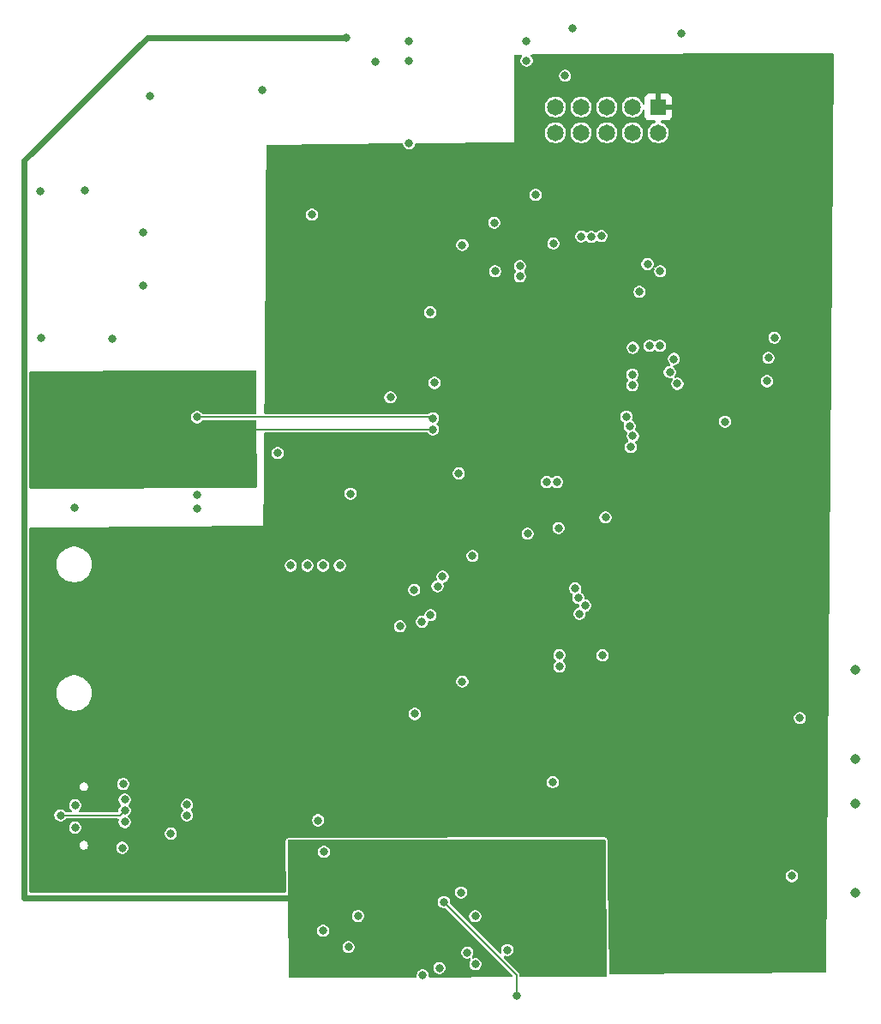
<source format=gbr>
%TF.GenerationSoftware,KiCad,Pcbnew,9.0.7*%
%TF.CreationDate,2026-02-08T15:09:09+00:00*%
%TF.ProjectId,lnb_control,6c6e625f-636f-46e7-9472-6f6c2e6b6963,rev?*%
%TF.SameCoordinates,Original*%
%TF.FileFunction,Copper,L3,Inr*%
%TF.FilePolarity,Positive*%
%FSLAX46Y46*%
G04 Gerber Fmt 4.6, Leading zero omitted, Abs format (unit mm)*
G04 Created by KiCad (PCBNEW 9.0.7) date 2026-02-08 15:09:09*
%MOMM*%
%LPD*%
G01*
G04 APERTURE LIST*
%TA.AperFunction,ComponentPad*%
%ADD10R,1.650000X1.650000*%
%TD*%
%TA.AperFunction,ComponentPad*%
%ADD11C,1.650000*%
%TD*%
%TA.AperFunction,ComponentPad*%
%ADD12C,0.970000*%
%TD*%
%TA.AperFunction,ViaPad*%
%ADD13C,0.800000*%
%TD*%
%TA.AperFunction,Conductor*%
%ADD14C,0.200000*%
%TD*%
%TA.AperFunction,Conductor*%
%ADD15C,0.600000*%
%TD*%
%TA.AperFunction,Conductor*%
%ADD16C,0.300000*%
%TD*%
G04 APERTURE END LIST*
D10*
%TO.N,+3V3*%
%TO.C,J5*%
X114055000Y-59685000D03*
D11*
%TO.N,/MCU/SWDIO*%
X114055000Y-62225000D03*
%TO.N,GND*%
X111515000Y-59685000D03*
%TO.N,/MCU/SWCLK*%
X111515000Y-62225000D03*
%TO.N,GND*%
X108975000Y-59685000D03*
%TO.N,/MCU/SWO*%
X108975000Y-62225000D03*
%TO.N,GND*%
X106435000Y-59685000D03*
%TO.N,unconnected-(J5-Pad8)*%
X106435000Y-62225000D03*
%TO.N,GND*%
X103895000Y-59685000D03*
%TO.N,/MCU/NRST*%
X103895000Y-62225000D03*
%TD*%
D12*
%TO.N,GND*%
%TO.C,J6*%
X133510000Y-124030000D03*
X133510000Y-115270000D03*
%TD*%
%TO.N,GND*%
%TO.C,J7*%
X133510000Y-137250000D03*
X133510000Y-128490000D03*
%TD*%
D13*
%TO.N,GND*%
X63156634Y-77300040D03*
X89949997Y-107350000D03*
X61202000Y-126515000D03*
X124950000Y-84450000D03*
X91538000Y-79938000D03*
X101050000Y-55100000D03*
X76450000Y-93850000D03*
X65902000Y-131415000D03*
X94350000Y-95850000D03*
X94700000Y-116400000D03*
X56370000Y-99220000D03*
X95700000Y-104000000D03*
X101950000Y-68350000D03*
X101000000Y-53150000D03*
X61102000Y-132815000D03*
X116350000Y-52400000D03*
X115950000Y-87000000D03*
X57375000Y-67900000D03*
X86150000Y-55200000D03*
X112200000Y-77925000D03*
X100050000Y-147400000D03*
X90000000Y-119600000D03*
X60125000Y-82575000D03*
X92880908Y-138171565D03*
X89450000Y-55100000D03*
X79850000Y-70300000D03*
X53025000Y-67975000D03*
X63188247Y-72052347D03*
X87600000Y-88350000D03*
X88549997Y-110950000D03*
X83650000Y-97850000D03*
X89450000Y-53150000D03*
X120650000Y-90750000D03*
X94700000Y-73300000D03*
X103630908Y-126321565D03*
X128050000Y-120000000D03*
X108850000Y-100200000D03*
X63850000Y-58600000D03*
X108550000Y-113800000D03*
X53050000Y-82475000D03*
X74930000Y-58000000D03*
%TO.N,+3V3*%
X92050000Y-88150000D03*
X107131250Y-113631250D03*
X95750000Y-117000000D03*
X113750000Y-70100000D03*
X70570000Y-104260000D03*
X70290000Y-118740000D03*
X97050000Y-104200000D03*
X91538000Y-84488000D03*
X104450000Y-103612500D03*
X88550000Y-122650000D03*
X84300000Y-64900000D03*
X92800000Y-115250000D03*
X102000000Y-73900000D03*
X127200000Y-92700000D03*
X90950000Y-107350000D03*
X109088000Y-76850000D03*
X93400000Y-77000000D03*
X79150000Y-64000000D03*
X97550000Y-96800000D03*
X89550000Y-110950000D03*
X94850000Y-71900000D03*
X75900000Y-86650000D03*
X117450000Y-89500000D03*
X75850000Y-70200000D03*
X108950000Y-95551000D03*
X101100000Y-56800000D03*
%TO.N,/MCU/NRST*%
X97850000Y-71100000D03*
X91950000Y-86912000D03*
%TO.N,+12V*%
X98400000Y-144721565D03*
X97180908Y-137171565D03*
X83200000Y-52800000D03*
X89230908Y-137721565D03*
%TO.N,/MCU/W5500 Ethernet/SCSN*%
X106276958Y-109714958D03*
X111350000Y-93250000D03*
%TO.N,/MCU/W5500 Ethernet/SCLK*%
X111550148Y-92150452D03*
X106839434Y-108888142D03*
%TO.N,/MCU/W5500 Ethernet/MISO*%
X111239270Y-91200000D03*
X106166228Y-108148685D03*
%TO.N,/MCU/BOOT0*%
X89450000Y-63250000D03*
X97950000Y-75900000D03*
%TO.N,/MCU/I2C1_SDA*%
X113000000Y-75200000D03*
X100400000Y-75400000D03*
X96000000Y-144300000D03*
%TO.N,/MCU/I2C3_SCL*%
X124800000Y-86750000D03*
X115200000Y-85850000D03*
%TO.N,/MCU/W5500 Ethernet/W5500_RST*%
X101150000Y-101800000D03*
X111500000Y-87150000D03*
%TO.N,/MCU/USART3_RX*%
X104050000Y-96700000D03*
X104850000Y-56600000D03*
%TO.N,/MCU/LNBH26PQR/LNB_FLT*%
X103700000Y-73150000D03*
X90780908Y-145421565D03*
%TO.N,/MCU/SWCLK*%
X107450000Y-72500000D03*
%TO.N,/MCU/W5500 Ethernet/MOSI*%
X110923042Y-90251315D03*
X105850000Y-107200000D03*
%TO.N,/MCU/W5500 Ethernet/W5500_INT*%
X111500000Y-86100000D03*
X104200000Y-101250000D03*
%TO.N,/MCU/I2C3_SDA*%
X125550000Y-82450000D03*
X115600000Y-84550000D03*
%TO.N,/MCU/SWDIO*%
X108446684Y-72418604D03*
%TO.N,/MCU/I2C1_SCL*%
X100400000Y-76400000D03*
X114250000Y-75900000D03*
X95200000Y-143150000D03*
%TO.N,/MCU/SWO*%
X106450000Y-72451000D03*
%TO.N,/MCU/USART3_TX*%
X105600000Y-51900000D03*
X103049997Y-96700000D03*
%TO.N,VBUS*%
X55002000Y-129615000D03*
X61352000Y-129115000D03*
%TO.N,/MCU/W5500 Ethernet/RXP*%
X82600000Y-104950000D03*
X90700000Y-110500000D03*
%TO.N,/MCU/W5500 Ethernet/TXN*%
X77750000Y-104950000D03*
X92750000Y-106050000D03*
%TO.N,/MCU/W5500 Ethernet/RXN*%
X80950000Y-104950000D03*
X91550000Y-109850000D03*
%TO.N,/MCU/W5500 Ethernet/LNKLED*%
X68470000Y-99300000D03*
X104300000Y-114900000D03*
%TO.N,/MCU/W5500 Ethernet/ACTLED*%
X68470000Y-98000000D03*
X104300000Y-113800000D03*
%TO.N,/MCU/W5500 Ethernet/TXP*%
X92250000Y-107000000D03*
X79400000Y-104950000D03*
%TO.N,+3V3_ANA*%
X91800000Y-91500000D03*
X73450000Y-91050000D03*
%TO.N,VSSA*%
X91800000Y-90400000D03*
X68500000Y-90300000D03*
%TO.N,USB_D-*%
X67502000Y-128565000D03*
X113213131Y-83250000D03*
%TO.N,USB_D+*%
X67502000Y-129615000D03*
X114213134Y-83250000D03*
%TO.N,Net-(IC2-PA8)*%
X83455908Y-142621565D03*
X111550000Y-83450000D03*
%TO.N,Net-(D4-K)*%
X80450000Y-130100000D03*
X80950000Y-141000000D03*
%TO.N,Net-(D5-A)*%
X84400000Y-139550000D03*
X127250000Y-135600000D03*
X95980908Y-139571565D03*
%TO.N,USB_DP*%
X56452000Y-130815000D03*
X61352000Y-130265000D03*
%TO.N,USB_DN*%
X56452000Y-128615000D03*
X61352000Y-128065000D03*
%TO.N,PGND*%
X81030908Y-133221565D03*
X92430908Y-144671565D03*
X94580908Y-137221565D03*
X99150000Y-142900000D03*
%TD*%
D14*
%TO.N,GND*%
X100050000Y-145340657D02*
X100050000Y-147400000D01*
X100050000Y-147400000D02*
X100030908Y-147380908D01*
X92880908Y-138171565D02*
X100050000Y-145340657D01*
D15*
%TO.N,+12V*%
X51400000Y-137750000D02*
X51400000Y-64950000D01*
X51428435Y-137721565D02*
X51400000Y-137750000D01*
D16*
X97021565Y-137171565D02*
X97180908Y-137171565D01*
D15*
X89230908Y-137721565D02*
X51428435Y-137721565D01*
X63550000Y-52800000D02*
X83200000Y-52800000D01*
X51400000Y-64950000D02*
X63550000Y-52800000D01*
D14*
%TO.N,VBUS*%
X60852000Y-129615000D02*
X55002000Y-129615000D01*
X61352000Y-129115000D02*
X60852000Y-129615000D01*
%TO.N,+3V3_ANA*%
X73900000Y-91500000D02*
X73450000Y-91050000D01*
X91800000Y-91500000D02*
X73900000Y-91500000D01*
%TO.N,VSSA*%
X91800000Y-90400000D02*
X91700000Y-90300000D01*
X91700000Y-90300000D02*
X68500000Y-90300000D01*
%TD*%
%TA.AperFunction,Conductor*%
%TO.N,+3V3*%
G36*
X131341509Y-54369963D02*
G01*
X131387514Y-54422549D01*
X131398961Y-54475620D01*
X130651005Y-144978332D01*
X130630767Y-145045206D01*
X130577587Y-145090523D01*
X130528334Y-145101300D01*
X109326860Y-145327839D01*
X109259614Y-145308872D01*
X109213297Y-145256560D01*
X109201544Y-145205278D01*
X109090062Y-135520943D01*
X126649500Y-135520943D01*
X126649500Y-135679056D01*
X126690423Y-135831783D01*
X126690426Y-135831790D01*
X126769475Y-135968709D01*
X126769479Y-135968714D01*
X126769480Y-135968716D01*
X126881284Y-136080520D01*
X126881286Y-136080521D01*
X126881290Y-136080524D01*
X127018209Y-136159573D01*
X127018216Y-136159577D01*
X127170943Y-136200500D01*
X127170945Y-136200500D01*
X127329055Y-136200500D01*
X127329057Y-136200500D01*
X127481784Y-136159577D01*
X127618716Y-136080520D01*
X127730520Y-135968716D01*
X127809577Y-135831784D01*
X127850500Y-135679057D01*
X127850500Y-135520943D01*
X127809577Y-135368216D01*
X127809573Y-135368209D01*
X127730524Y-135231290D01*
X127730518Y-135231282D01*
X127618717Y-135119481D01*
X127618709Y-135119475D01*
X127481790Y-135040426D01*
X127481786Y-135040424D01*
X127481784Y-135040423D01*
X127329057Y-134999500D01*
X127170943Y-134999500D01*
X127018216Y-135040423D01*
X127018209Y-135040426D01*
X126881290Y-135119475D01*
X126881282Y-135119481D01*
X126769481Y-135231282D01*
X126769475Y-135231290D01*
X126690426Y-135368209D01*
X126690423Y-135368216D01*
X126649500Y-135520943D01*
X109090062Y-135520943D01*
X109050583Y-132091445D01*
X109045610Y-132048812D01*
X109034330Y-131998548D01*
X109032047Y-131989368D01*
X108988909Y-131908725D01*
X108988907Y-131908723D01*
X108988907Y-131908722D01*
X108943076Y-131856000D01*
X108925450Y-131838068D01*
X108893471Y-131820247D01*
X108845562Y-131793548D01*
X108845561Y-131793547D01*
X108845560Y-131793547D01*
X108778498Y-131773971D01*
X108778494Y-131773970D01*
X108778493Y-131773970D01*
X108720582Y-131765737D01*
X108720578Y-131765737D01*
X77568121Y-131815343D01*
X77568118Y-131815343D01*
X77523827Y-131820247D01*
X77471631Y-131831858D01*
X77460857Y-131834563D01*
X77460851Y-131834565D01*
X77380487Y-131878198D01*
X77380481Y-131878202D01*
X77328044Y-131924359D01*
X77310220Y-131942098D01*
X77266197Y-132022261D01*
X77247036Y-132089453D01*
X77247035Y-132089458D01*
X77239162Y-132147415D01*
X77246938Y-133144110D01*
X77247137Y-133169563D01*
X77247137Y-133169565D01*
X77277766Y-137096098D01*
X77258605Y-137163289D01*
X77206160Y-137209454D01*
X77153770Y-137221065D01*
X52024500Y-137221065D01*
X51957461Y-137201380D01*
X51911706Y-137148576D01*
X51900500Y-137097065D01*
X51900500Y-132498982D01*
X56879500Y-132498982D01*
X56879500Y-132611018D01*
X56908497Y-132719237D01*
X56964515Y-132816263D01*
X57043737Y-132895485D01*
X57140763Y-132951503D01*
X57248982Y-132980500D01*
X57248984Y-132980500D01*
X57361016Y-132980500D01*
X57361018Y-132980500D01*
X57469237Y-132951503D01*
X57566263Y-132895485D01*
X57645485Y-132816263D01*
X57691858Y-132735943D01*
X60501500Y-132735943D01*
X60501500Y-132894057D01*
X60524663Y-132980500D01*
X60542423Y-133046783D01*
X60542426Y-133046790D01*
X60621475Y-133183709D01*
X60621479Y-133183714D01*
X60621480Y-133183716D01*
X60733284Y-133295520D01*
X60733286Y-133295521D01*
X60733290Y-133295524D01*
X60870209Y-133374573D01*
X60870216Y-133374577D01*
X61022943Y-133415500D01*
X61022945Y-133415500D01*
X61181055Y-133415500D01*
X61181057Y-133415500D01*
X61333784Y-133374577D01*
X61470716Y-133295520D01*
X61582520Y-133183716D01*
X61661577Y-133046784D01*
X61702500Y-132894057D01*
X61702500Y-132735943D01*
X61661577Y-132583216D01*
X61612945Y-132498982D01*
X61582524Y-132446290D01*
X61582518Y-132446282D01*
X61470717Y-132334481D01*
X61470709Y-132334475D01*
X61333790Y-132255426D01*
X61333786Y-132255424D01*
X61333784Y-132255423D01*
X61181057Y-132214500D01*
X61022943Y-132214500D01*
X60870216Y-132255423D01*
X60870209Y-132255426D01*
X60733290Y-132334475D01*
X60733282Y-132334481D01*
X60621481Y-132446282D01*
X60621475Y-132446290D01*
X60542426Y-132583209D01*
X60542423Y-132583216D01*
X60501500Y-132735943D01*
X57691858Y-132735943D01*
X57701503Y-132719237D01*
X57730500Y-132611018D01*
X57730500Y-132498982D01*
X57701503Y-132390763D01*
X57645485Y-132293737D01*
X57566263Y-132214515D01*
X57469237Y-132158497D01*
X57361018Y-132129500D01*
X57248982Y-132129500D01*
X57140763Y-132158497D01*
X57140760Y-132158498D01*
X57043740Y-132214513D01*
X57043734Y-132214517D01*
X56964517Y-132293734D01*
X56964513Y-132293740D01*
X56908498Y-132390760D01*
X56908497Y-132390763D01*
X56879500Y-132498982D01*
X51900500Y-132498982D01*
X51900500Y-130735943D01*
X55851500Y-130735943D01*
X55851500Y-130894057D01*
X55892289Y-131046282D01*
X55892423Y-131046783D01*
X55892426Y-131046790D01*
X55971475Y-131183709D01*
X55971479Y-131183714D01*
X55971480Y-131183716D01*
X56083284Y-131295520D01*
X56083286Y-131295521D01*
X56083290Y-131295524D01*
X56220209Y-131374573D01*
X56220216Y-131374577D01*
X56372943Y-131415500D01*
X56372945Y-131415500D01*
X56531055Y-131415500D01*
X56531057Y-131415500D01*
X56683784Y-131374577D01*
X56750701Y-131335943D01*
X65301500Y-131335943D01*
X65301500Y-131494056D01*
X65342423Y-131646783D01*
X65342426Y-131646790D01*
X65421475Y-131783709D01*
X65421479Y-131783714D01*
X65421480Y-131783716D01*
X65533284Y-131895520D01*
X65533286Y-131895521D01*
X65533290Y-131895524D01*
X65613960Y-131942098D01*
X65670216Y-131974577D01*
X65822943Y-132015500D01*
X65822945Y-132015500D01*
X65981055Y-132015500D01*
X65981057Y-132015500D01*
X66133784Y-131974577D01*
X66270716Y-131895520D01*
X66382520Y-131783716D01*
X66461577Y-131646784D01*
X66502500Y-131494057D01*
X66502500Y-131335943D01*
X66461577Y-131183216D01*
X66461573Y-131183209D01*
X66382524Y-131046290D01*
X66382518Y-131046282D01*
X66270717Y-130934481D01*
X66270709Y-130934475D01*
X66133790Y-130855426D01*
X66133786Y-130855424D01*
X66133784Y-130855423D01*
X65981057Y-130814500D01*
X65822943Y-130814500D01*
X65670216Y-130855423D01*
X65670209Y-130855426D01*
X65533290Y-130934475D01*
X65533282Y-130934481D01*
X65421481Y-131046282D01*
X65421475Y-131046290D01*
X65342426Y-131183209D01*
X65342423Y-131183216D01*
X65301500Y-131335943D01*
X56750701Y-131335943D01*
X56820716Y-131295520D01*
X56932520Y-131183716D01*
X57011577Y-131046784D01*
X57052500Y-130894057D01*
X57052500Y-130735943D01*
X57011577Y-130583216D01*
X57010023Y-130580524D01*
X56932524Y-130446290D01*
X56932518Y-130446282D01*
X56820717Y-130334481D01*
X56820709Y-130334475D01*
X56683790Y-130255426D01*
X56683786Y-130255424D01*
X56683784Y-130255423D01*
X56531057Y-130214500D01*
X56372943Y-130214500D01*
X56220216Y-130255423D01*
X56220209Y-130255426D01*
X56083290Y-130334475D01*
X56083282Y-130334481D01*
X55971481Y-130446282D01*
X55971475Y-130446290D01*
X55892426Y-130583209D01*
X55892423Y-130583216D01*
X55851500Y-130735943D01*
X51900500Y-130735943D01*
X51900500Y-129535943D01*
X54401500Y-129535943D01*
X54401500Y-129694057D01*
X54411475Y-129731282D01*
X54442423Y-129846783D01*
X54442426Y-129846790D01*
X54521475Y-129983709D01*
X54521479Y-129983714D01*
X54521480Y-129983716D01*
X54633284Y-130095520D01*
X54633286Y-130095521D01*
X54633290Y-130095524D01*
X54770209Y-130174573D01*
X54770216Y-130174577D01*
X54922943Y-130215500D01*
X54922945Y-130215500D01*
X55081055Y-130215500D01*
X55081057Y-130215500D01*
X55233784Y-130174577D01*
X55370716Y-130095520D01*
X55482520Y-129983716D01*
X55486108Y-129977500D01*
X55536675Y-129929285D01*
X55593496Y-129915500D01*
X60662365Y-129915500D01*
X60729404Y-129935185D01*
X60775159Y-129987989D01*
X60785103Y-130057147D01*
X60782140Y-130071591D01*
X60751500Y-130185943D01*
X60751500Y-130344057D01*
X60784903Y-130468717D01*
X60792423Y-130496783D01*
X60792426Y-130496790D01*
X60871475Y-130633709D01*
X60871479Y-130633714D01*
X60871480Y-130633716D01*
X60983284Y-130745520D01*
X60983286Y-130745521D01*
X60983290Y-130745524D01*
X61102762Y-130814500D01*
X61120216Y-130824577D01*
X61272943Y-130865500D01*
X61272945Y-130865500D01*
X61431055Y-130865500D01*
X61431057Y-130865500D01*
X61583784Y-130824577D01*
X61720716Y-130745520D01*
X61832520Y-130633716D01*
X61911577Y-130496784D01*
X61952500Y-130344057D01*
X61952500Y-130185943D01*
X61911577Y-130033216D01*
X61904491Y-130020943D01*
X61832524Y-129896290D01*
X61832518Y-129896282D01*
X61714969Y-129778733D01*
X61717155Y-129776546D01*
X61684590Y-129731948D01*
X61680435Y-129662202D01*
X61714647Y-129601282D01*
X61716946Y-129599289D01*
X61720713Y-129595521D01*
X61720716Y-129595520D01*
X61832520Y-129483716D01*
X61911577Y-129346784D01*
X61952500Y-129194057D01*
X61952500Y-129035943D01*
X61911577Y-128883216D01*
X61890543Y-128846783D01*
X61832524Y-128746290D01*
X61832518Y-128746282D01*
X61763917Y-128677681D01*
X61761507Y-128673268D01*
X61757298Y-128670520D01*
X61744929Y-128642907D01*
X61730432Y-128616358D01*
X61730790Y-128611343D01*
X61728735Y-128606755D01*
X61733257Y-128576842D01*
X61735416Y-128546666D01*
X61738634Y-128541286D01*
X61739181Y-128537670D01*
X61750331Y-128521734D01*
X61758477Y-128508119D01*
X61761099Y-128505136D01*
X61780292Y-128485943D01*
X66901500Y-128485943D01*
X66901500Y-128644057D01*
X66914898Y-128694057D01*
X66942423Y-128796783D01*
X66942426Y-128796790D01*
X67021475Y-128933709D01*
X67021481Y-128933717D01*
X67090083Y-129002319D01*
X67123568Y-129063642D01*
X67118584Y-129133334D01*
X67090083Y-129177681D01*
X67021481Y-129246282D01*
X67021475Y-129246290D01*
X66942426Y-129383209D01*
X66942423Y-129383216D01*
X66901500Y-129535943D01*
X66901500Y-129694057D01*
X66911475Y-129731282D01*
X66942423Y-129846783D01*
X66942426Y-129846790D01*
X67021475Y-129983709D01*
X67021479Y-129983714D01*
X67021480Y-129983716D01*
X67133284Y-130095520D01*
X67133286Y-130095521D01*
X67133290Y-130095524D01*
X67270209Y-130174573D01*
X67270216Y-130174577D01*
X67422943Y-130215500D01*
X67422945Y-130215500D01*
X67581055Y-130215500D01*
X67581057Y-130215500D01*
X67733784Y-130174577D01*
X67870716Y-130095520D01*
X67945293Y-130020943D01*
X79849500Y-130020943D01*
X79849500Y-130179056D01*
X79890423Y-130331783D01*
X79890426Y-130331790D01*
X79969475Y-130468709D01*
X79969479Y-130468714D01*
X79969480Y-130468716D01*
X80081284Y-130580520D01*
X80081286Y-130580521D01*
X80081290Y-130580524D01*
X80218209Y-130659573D01*
X80218216Y-130659577D01*
X80370943Y-130700500D01*
X80370945Y-130700500D01*
X80529055Y-130700500D01*
X80529057Y-130700500D01*
X80681784Y-130659577D01*
X80818716Y-130580520D01*
X80930520Y-130468716D01*
X81009577Y-130331784D01*
X81050500Y-130179057D01*
X81050500Y-130020943D01*
X81009577Y-129868216D01*
X80997203Y-129846783D01*
X80930524Y-129731290D01*
X80930518Y-129731282D01*
X80818717Y-129619481D01*
X80818709Y-129619475D01*
X80681790Y-129540426D01*
X80681786Y-129540424D01*
X80681784Y-129540423D01*
X80529057Y-129499500D01*
X80370943Y-129499500D01*
X80218216Y-129540423D01*
X80218209Y-129540426D01*
X80081290Y-129619475D01*
X80081282Y-129619481D01*
X79969481Y-129731282D01*
X79969475Y-129731290D01*
X79890426Y-129868209D01*
X79890423Y-129868216D01*
X79849500Y-130020943D01*
X67945293Y-130020943D01*
X67982520Y-129983716D01*
X68013946Y-129929285D01*
X68032998Y-129896284D01*
X68061577Y-129846784D01*
X68102500Y-129694057D01*
X68102500Y-129535943D01*
X68061577Y-129383216D01*
X68021904Y-129314500D01*
X67982524Y-129246290D01*
X67982518Y-129246282D01*
X67913917Y-129177681D01*
X67880432Y-129116358D01*
X67885416Y-129046666D01*
X67913917Y-129002319D01*
X67932527Y-128983709D01*
X67982520Y-128933716D01*
X68061577Y-128796784D01*
X68102500Y-128644057D01*
X68102500Y-128485943D01*
X68061577Y-128333216D01*
X68011391Y-128246290D01*
X67982524Y-128196290D01*
X67982518Y-128196282D01*
X67870717Y-128084481D01*
X67870709Y-128084475D01*
X67733790Y-128005426D01*
X67733786Y-128005424D01*
X67733784Y-128005423D01*
X67581057Y-127964500D01*
X67422943Y-127964500D01*
X67270216Y-128005423D01*
X67270209Y-128005426D01*
X67133290Y-128084475D01*
X67133282Y-128084481D01*
X67021481Y-128196282D01*
X67021475Y-128196290D01*
X66942426Y-128333209D01*
X66942423Y-128333216D01*
X66901500Y-128485943D01*
X61780292Y-128485943D01*
X61832520Y-128433716D01*
X61911577Y-128296784D01*
X61952500Y-128144057D01*
X61952500Y-127985943D01*
X61911577Y-127833216D01*
X61911573Y-127833209D01*
X61832524Y-127696290D01*
X61832518Y-127696282D01*
X61720717Y-127584481D01*
X61720709Y-127584475D01*
X61583790Y-127505426D01*
X61583786Y-127505424D01*
X61583784Y-127505423D01*
X61431057Y-127464500D01*
X61272943Y-127464500D01*
X61120216Y-127505423D01*
X61120209Y-127505426D01*
X60983290Y-127584475D01*
X60983282Y-127584481D01*
X60871481Y-127696282D01*
X60871475Y-127696290D01*
X60792426Y-127833209D01*
X60792423Y-127833216D01*
X60751500Y-127985943D01*
X60751500Y-128144056D01*
X60792423Y-128296783D01*
X60792426Y-128296790D01*
X60871475Y-128433709D01*
X60871481Y-128433717D01*
X60940083Y-128502319D01*
X60973568Y-128563642D01*
X60968584Y-128633334D01*
X60940083Y-128677681D01*
X60871481Y-128746282D01*
X60871475Y-128746290D01*
X60792426Y-128883209D01*
X60792423Y-128883216D01*
X60751500Y-129035943D01*
X60751500Y-129190500D01*
X60731815Y-129257539D01*
X60679011Y-129303294D01*
X60627500Y-129314500D01*
X56900628Y-129314500D01*
X56833589Y-129294815D01*
X56787834Y-129242011D01*
X56777890Y-129172853D01*
X56806915Y-129109297D01*
X56815195Y-129101493D01*
X56814969Y-129101267D01*
X56870716Y-129045520D01*
X56932520Y-128983716D01*
X57011577Y-128846784D01*
X57052500Y-128694057D01*
X57052500Y-128535943D01*
X57011577Y-128383216D01*
X56982706Y-128333209D01*
X56932524Y-128246290D01*
X56932518Y-128246282D01*
X56820717Y-128134481D01*
X56820709Y-128134475D01*
X56683790Y-128055426D01*
X56683786Y-128055424D01*
X56683784Y-128055423D01*
X56531057Y-128014500D01*
X56372943Y-128014500D01*
X56220216Y-128055423D01*
X56220209Y-128055426D01*
X56083290Y-128134475D01*
X56083282Y-128134481D01*
X55971481Y-128246282D01*
X55971475Y-128246290D01*
X55892426Y-128383209D01*
X55892423Y-128383216D01*
X55851500Y-128535943D01*
X55851500Y-128694057D01*
X55879026Y-128796783D01*
X55892423Y-128846783D01*
X55892426Y-128846790D01*
X55971475Y-128983709D01*
X55971481Y-128983717D01*
X56089031Y-129101267D01*
X56087012Y-129103285D01*
X56120067Y-129148569D01*
X56124212Y-129218316D01*
X56089991Y-129279231D01*
X56028269Y-129311975D01*
X56003372Y-129314500D01*
X55593496Y-129314500D01*
X55526457Y-129294815D01*
X55486108Y-129252499D01*
X55482520Y-129246284D01*
X55370717Y-129134481D01*
X55370709Y-129134475D01*
X55233790Y-129055426D01*
X55233786Y-129055424D01*
X55233784Y-129055423D01*
X55081057Y-129014500D01*
X54922943Y-129014500D01*
X54770216Y-129055423D01*
X54770209Y-129055426D01*
X54633290Y-129134475D01*
X54633282Y-129134481D01*
X54521481Y-129246282D01*
X54521475Y-129246290D01*
X54442426Y-129383209D01*
X54442423Y-129383216D01*
X54401500Y-129535943D01*
X51900500Y-129535943D01*
X51900500Y-126718982D01*
X56879500Y-126718982D01*
X56879500Y-126831018D01*
X56908497Y-126939237D01*
X56964515Y-127036263D01*
X57043737Y-127115485D01*
X57140763Y-127171503D01*
X57248982Y-127200500D01*
X57248984Y-127200500D01*
X57361016Y-127200500D01*
X57361018Y-127200500D01*
X57469237Y-127171503D01*
X57566263Y-127115485D01*
X57645485Y-127036263D01*
X57701503Y-126939237D01*
X57730500Y-126831018D01*
X57730500Y-126718982D01*
X57701503Y-126610763D01*
X57645485Y-126513737D01*
X57567691Y-126435943D01*
X60601500Y-126435943D01*
X60601500Y-126594057D01*
X60634974Y-126718982D01*
X60642423Y-126746783D01*
X60642426Y-126746790D01*
X60721475Y-126883709D01*
X60721479Y-126883714D01*
X60721480Y-126883716D01*
X60833284Y-126995520D01*
X60833286Y-126995521D01*
X60833290Y-126995524D01*
X60903857Y-127036265D01*
X60970216Y-127074577D01*
X61122943Y-127115500D01*
X61122945Y-127115500D01*
X61281055Y-127115500D01*
X61281057Y-127115500D01*
X61433784Y-127074577D01*
X61570716Y-126995520D01*
X61682520Y-126883716D01*
X61761577Y-126746784D01*
X61802500Y-126594057D01*
X61802500Y-126435943D01*
X61761577Y-126283216D01*
X61761575Y-126283212D01*
X61761574Y-126283209D01*
X61738075Y-126242508D01*
X103030408Y-126242508D01*
X103030408Y-126400621D01*
X103071331Y-126553348D01*
X103071334Y-126553355D01*
X103150383Y-126690274D01*
X103150387Y-126690279D01*
X103150388Y-126690281D01*
X103262192Y-126802085D01*
X103262194Y-126802086D01*
X103262198Y-126802089D01*
X103399117Y-126881138D01*
X103399124Y-126881142D01*
X103551851Y-126922065D01*
X103551853Y-126922065D01*
X103709963Y-126922065D01*
X103709965Y-126922065D01*
X103862692Y-126881142D01*
X103999624Y-126802085D01*
X104111428Y-126690281D01*
X104190485Y-126553349D01*
X104231408Y-126400622D01*
X104231408Y-126242508D01*
X104190485Y-126089781D01*
X104158557Y-126034480D01*
X104111432Y-125952855D01*
X104111426Y-125952847D01*
X103999625Y-125841046D01*
X103999617Y-125841040D01*
X103862698Y-125761991D01*
X103862694Y-125761989D01*
X103862692Y-125761988D01*
X103709965Y-125721065D01*
X103551851Y-125721065D01*
X103399124Y-125761988D01*
X103399117Y-125761991D01*
X103262198Y-125841040D01*
X103262190Y-125841046D01*
X103150389Y-125952847D01*
X103150383Y-125952855D01*
X103071334Y-126089774D01*
X103071331Y-126089781D01*
X103030408Y-126242508D01*
X61738075Y-126242508D01*
X61682524Y-126146290D01*
X61682518Y-126146282D01*
X61570717Y-126034481D01*
X61570709Y-126034475D01*
X61433790Y-125955426D01*
X61433786Y-125955424D01*
X61433784Y-125955423D01*
X61281057Y-125914500D01*
X61122943Y-125914500D01*
X60970216Y-125955423D01*
X60970209Y-125955426D01*
X60833290Y-126034475D01*
X60833282Y-126034481D01*
X60721481Y-126146282D01*
X60721475Y-126146290D01*
X60642426Y-126283209D01*
X60642423Y-126283216D01*
X60601500Y-126435943D01*
X57567691Y-126435943D01*
X57566263Y-126434515D01*
X57469237Y-126378497D01*
X57361018Y-126349500D01*
X57248982Y-126349500D01*
X57140763Y-126378497D01*
X57140760Y-126378498D01*
X57043740Y-126434513D01*
X57043734Y-126434517D01*
X56964517Y-126513734D01*
X56964513Y-126513740D01*
X56908498Y-126610760D01*
X56908497Y-126610763D01*
X56879500Y-126718982D01*
X51900500Y-126718982D01*
X51900500Y-119520943D01*
X89399500Y-119520943D01*
X89399500Y-119679056D01*
X89440423Y-119831783D01*
X89440426Y-119831790D01*
X89519475Y-119968709D01*
X89519479Y-119968714D01*
X89519480Y-119968716D01*
X89631284Y-120080520D01*
X89631286Y-120080521D01*
X89631290Y-120080524D01*
X89768209Y-120159573D01*
X89768216Y-120159577D01*
X89920943Y-120200500D01*
X89920945Y-120200500D01*
X90079055Y-120200500D01*
X90079057Y-120200500D01*
X90231784Y-120159577D01*
X90368716Y-120080520D01*
X90480520Y-119968716D01*
X90508102Y-119920943D01*
X127449500Y-119920943D01*
X127449500Y-120079057D01*
X127482041Y-120200500D01*
X127490423Y-120231783D01*
X127490426Y-120231790D01*
X127569475Y-120368709D01*
X127569479Y-120368714D01*
X127569480Y-120368716D01*
X127681284Y-120480520D01*
X127681286Y-120480521D01*
X127681290Y-120480524D01*
X127818209Y-120559573D01*
X127818216Y-120559577D01*
X127970943Y-120600500D01*
X127970945Y-120600500D01*
X128129055Y-120600500D01*
X128129057Y-120600500D01*
X128281784Y-120559577D01*
X128418716Y-120480520D01*
X128530520Y-120368716D01*
X128609577Y-120231784D01*
X128650500Y-120079057D01*
X128650500Y-119920943D01*
X128609577Y-119768216D01*
X128558101Y-119679056D01*
X128530524Y-119631290D01*
X128530518Y-119631282D01*
X128418717Y-119519481D01*
X128418709Y-119519475D01*
X128281790Y-119440426D01*
X128281786Y-119440424D01*
X128281784Y-119440423D01*
X128129057Y-119399500D01*
X127970943Y-119399500D01*
X127818216Y-119440423D01*
X127818209Y-119440426D01*
X127681290Y-119519475D01*
X127681282Y-119519481D01*
X127569481Y-119631282D01*
X127569475Y-119631290D01*
X127490426Y-119768209D01*
X127490423Y-119768216D01*
X127449500Y-119920943D01*
X90508102Y-119920943D01*
X90559577Y-119831784D01*
X90600500Y-119679057D01*
X90600500Y-119520943D01*
X90559577Y-119368216D01*
X90514708Y-119290500D01*
X90480524Y-119231290D01*
X90480518Y-119231282D01*
X90368717Y-119119481D01*
X90368709Y-119119475D01*
X90231790Y-119040426D01*
X90231786Y-119040424D01*
X90231784Y-119040423D01*
X90079057Y-118999500D01*
X89920943Y-118999500D01*
X89768216Y-119040423D01*
X89768209Y-119040426D01*
X89631290Y-119119475D01*
X89631282Y-119119481D01*
X89519481Y-119231282D01*
X89519475Y-119231290D01*
X89440426Y-119368209D01*
X89440423Y-119368216D01*
X89399500Y-119520943D01*
X51900500Y-119520943D01*
X51900500Y-117425258D01*
X54609500Y-117425258D01*
X54609500Y-117654741D01*
X54634446Y-117844215D01*
X54639452Y-117882238D01*
X54639453Y-117882240D01*
X54698842Y-118103887D01*
X54786650Y-118315876D01*
X54786657Y-118315890D01*
X54901392Y-118514617D01*
X55041081Y-118696661D01*
X55041089Y-118696670D01*
X55203330Y-118858911D01*
X55203338Y-118858918D01*
X55385382Y-118998607D01*
X55385385Y-118998608D01*
X55385388Y-118998611D01*
X55584112Y-119113344D01*
X55584117Y-119113346D01*
X55584123Y-119113349D01*
X55675480Y-119151190D01*
X55796113Y-119201158D01*
X56017762Y-119260548D01*
X56245266Y-119290500D01*
X56245273Y-119290500D01*
X56474727Y-119290500D01*
X56474734Y-119290500D01*
X56702238Y-119260548D01*
X56923887Y-119201158D01*
X57135888Y-119113344D01*
X57334612Y-118998611D01*
X57516661Y-118858919D01*
X57516665Y-118858914D01*
X57516670Y-118858911D01*
X57678911Y-118696670D01*
X57678914Y-118696665D01*
X57678919Y-118696661D01*
X57818611Y-118514612D01*
X57933344Y-118315888D01*
X58021158Y-118103887D01*
X58080548Y-117882238D01*
X58110500Y-117654734D01*
X58110500Y-117425266D01*
X58080548Y-117197762D01*
X58021158Y-116976113D01*
X57971190Y-116855480D01*
X57933349Y-116764123D01*
X57933346Y-116764117D01*
X57933344Y-116764112D01*
X57818611Y-116565388D01*
X57818608Y-116565385D01*
X57818607Y-116565382D01*
X57682730Y-116388306D01*
X57678919Y-116383339D01*
X57678915Y-116383335D01*
X57678912Y-116383331D01*
X57616524Y-116320943D01*
X94099500Y-116320943D01*
X94099500Y-116479057D01*
X94122633Y-116565388D01*
X94140423Y-116631783D01*
X94140426Y-116631790D01*
X94219475Y-116768709D01*
X94219479Y-116768714D01*
X94219480Y-116768716D01*
X94331284Y-116880520D01*
X94331286Y-116880521D01*
X94331290Y-116880524D01*
X94468209Y-116959573D01*
X94468216Y-116959577D01*
X94620943Y-117000500D01*
X94620945Y-117000500D01*
X94779055Y-117000500D01*
X94779057Y-117000500D01*
X94931784Y-116959577D01*
X95068716Y-116880520D01*
X95180520Y-116768716D01*
X95259577Y-116631784D01*
X95300500Y-116479057D01*
X95300500Y-116320943D01*
X95259577Y-116168216D01*
X95209448Y-116081389D01*
X95180524Y-116031290D01*
X95180518Y-116031282D01*
X95068717Y-115919481D01*
X95068709Y-115919475D01*
X94931790Y-115840426D01*
X94931786Y-115840424D01*
X94931784Y-115840423D01*
X94779057Y-115799500D01*
X94620943Y-115799500D01*
X94468216Y-115840423D01*
X94468209Y-115840426D01*
X94331290Y-115919475D01*
X94331282Y-115919481D01*
X94219481Y-116031282D01*
X94219475Y-116031290D01*
X94140426Y-116168209D01*
X94140423Y-116168216D01*
X94099500Y-116320943D01*
X57616524Y-116320943D01*
X57516670Y-116221089D01*
X57516661Y-116221081D01*
X57334617Y-116081392D01*
X57135890Y-115966657D01*
X57135876Y-115966650D01*
X56923887Y-115878842D01*
X56702238Y-115819452D01*
X56664215Y-115814446D01*
X56474741Y-115789500D01*
X56474734Y-115789500D01*
X56245266Y-115789500D01*
X56245258Y-115789500D01*
X56028715Y-115818009D01*
X56017762Y-115819452D01*
X55939496Y-115840423D01*
X55796112Y-115878842D01*
X55584123Y-115966650D01*
X55584109Y-115966657D01*
X55385382Y-116081392D01*
X55203338Y-116221081D01*
X55041081Y-116383338D01*
X54901392Y-116565382D01*
X54786657Y-116764109D01*
X54786650Y-116764123D01*
X54698842Y-116976112D01*
X54639453Y-117197759D01*
X54639451Y-117197770D01*
X54609500Y-117425258D01*
X51900500Y-117425258D01*
X51900500Y-113720943D01*
X103699500Y-113720943D01*
X103699500Y-113879056D01*
X103740423Y-114031783D01*
X103740426Y-114031790D01*
X103819475Y-114168709D01*
X103819481Y-114168717D01*
X103913083Y-114262319D01*
X103946568Y-114323642D01*
X103941584Y-114393334D01*
X103913083Y-114437681D01*
X103819481Y-114531282D01*
X103819475Y-114531290D01*
X103740426Y-114668209D01*
X103740423Y-114668216D01*
X103699500Y-114820943D01*
X103699500Y-114979056D01*
X103740423Y-115131783D01*
X103740426Y-115131790D01*
X103819475Y-115268709D01*
X103819479Y-115268714D01*
X103819480Y-115268716D01*
X103931284Y-115380520D01*
X103931286Y-115380521D01*
X103931290Y-115380524D01*
X104068209Y-115459573D01*
X104068216Y-115459577D01*
X104220943Y-115500500D01*
X104220945Y-115500500D01*
X104379055Y-115500500D01*
X104379057Y-115500500D01*
X104531784Y-115459577D01*
X104668716Y-115380520D01*
X104780520Y-115268716D01*
X104859577Y-115131784D01*
X104900500Y-114979057D01*
X104900500Y-114820943D01*
X104859577Y-114668216D01*
X104859573Y-114668209D01*
X104780524Y-114531290D01*
X104780518Y-114531282D01*
X104686917Y-114437681D01*
X104653432Y-114376358D01*
X104658416Y-114306666D01*
X104686917Y-114262319D01*
X104780520Y-114168716D01*
X104859577Y-114031784D01*
X104900500Y-113879057D01*
X104900500Y-113720943D01*
X107949500Y-113720943D01*
X107949500Y-113879056D01*
X107990423Y-114031783D01*
X107990426Y-114031790D01*
X108069475Y-114168709D01*
X108069479Y-114168714D01*
X108069480Y-114168716D01*
X108181284Y-114280520D01*
X108181286Y-114280521D01*
X108181290Y-114280524D01*
X108255974Y-114323642D01*
X108318216Y-114359577D01*
X108470943Y-114400500D01*
X108470945Y-114400500D01*
X108629055Y-114400500D01*
X108629057Y-114400500D01*
X108781784Y-114359577D01*
X108918716Y-114280520D01*
X109030520Y-114168716D01*
X109109577Y-114031784D01*
X109150500Y-113879057D01*
X109150500Y-113720943D01*
X109109577Y-113568216D01*
X109109573Y-113568209D01*
X109030524Y-113431290D01*
X109030518Y-113431282D01*
X108918717Y-113319481D01*
X108918709Y-113319475D01*
X108781790Y-113240426D01*
X108781786Y-113240424D01*
X108781784Y-113240423D01*
X108629057Y-113199500D01*
X108470943Y-113199500D01*
X108318216Y-113240423D01*
X108318209Y-113240426D01*
X108181290Y-113319475D01*
X108181282Y-113319481D01*
X108069481Y-113431282D01*
X108069475Y-113431290D01*
X107990426Y-113568209D01*
X107990423Y-113568216D01*
X107949500Y-113720943D01*
X104900500Y-113720943D01*
X104859577Y-113568216D01*
X104859573Y-113568209D01*
X104780524Y-113431290D01*
X104780518Y-113431282D01*
X104668717Y-113319481D01*
X104668709Y-113319475D01*
X104531790Y-113240426D01*
X104531786Y-113240424D01*
X104531784Y-113240423D01*
X104379057Y-113199500D01*
X104220943Y-113199500D01*
X104068216Y-113240423D01*
X104068209Y-113240426D01*
X103931290Y-113319475D01*
X103931282Y-113319481D01*
X103819481Y-113431282D01*
X103819475Y-113431290D01*
X103740426Y-113568209D01*
X103740423Y-113568216D01*
X103699500Y-113720943D01*
X51900500Y-113720943D01*
X51900500Y-110870943D01*
X87949497Y-110870943D01*
X87949497Y-111029056D01*
X87990420Y-111181783D01*
X87990423Y-111181790D01*
X88069472Y-111318709D01*
X88069476Y-111318714D01*
X88069477Y-111318716D01*
X88181281Y-111430520D01*
X88181283Y-111430521D01*
X88181287Y-111430524D01*
X88318206Y-111509573D01*
X88318213Y-111509577D01*
X88470940Y-111550500D01*
X88470942Y-111550500D01*
X88629052Y-111550500D01*
X88629054Y-111550500D01*
X88781781Y-111509577D01*
X88918713Y-111430520D01*
X89030517Y-111318716D01*
X89109574Y-111181784D01*
X89150497Y-111029057D01*
X89150497Y-110870943D01*
X89109574Y-110718216D01*
X89109570Y-110718209D01*
X89030521Y-110581290D01*
X89030515Y-110581282D01*
X88918714Y-110469481D01*
X88918706Y-110469475D01*
X88834645Y-110420943D01*
X90099500Y-110420943D01*
X90099500Y-110579057D01*
X90136788Y-110718216D01*
X90140423Y-110731783D01*
X90140426Y-110731790D01*
X90219475Y-110868709D01*
X90219479Y-110868714D01*
X90219480Y-110868716D01*
X90331284Y-110980520D01*
X90331286Y-110980521D01*
X90331290Y-110980524D01*
X90415353Y-111029057D01*
X90468216Y-111059577D01*
X90620943Y-111100500D01*
X90620945Y-111100500D01*
X90779055Y-111100500D01*
X90779057Y-111100500D01*
X90931784Y-111059577D01*
X91068716Y-110980520D01*
X91180520Y-110868716D01*
X91259577Y-110731784D01*
X91300500Y-110579057D01*
X91300500Y-110566429D01*
X91320185Y-110499390D01*
X91372989Y-110453635D01*
X91442147Y-110443691D01*
X91456584Y-110446652D01*
X91470943Y-110450500D01*
X91470945Y-110450500D01*
X91629055Y-110450500D01*
X91629057Y-110450500D01*
X91781784Y-110409577D01*
X91918716Y-110330520D01*
X92030520Y-110218716D01*
X92109577Y-110081784D01*
X92150500Y-109929057D01*
X92150500Y-109770943D01*
X92109577Y-109618216D01*
X92109573Y-109618209D01*
X92030524Y-109481290D01*
X92030518Y-109481282D01*
X91918717Y-109369481D01*
X91918709Y-109369475D01*
X91781790Y-109290426D01*
X91781786Y-109290424D01*
X91781784Y-109290423D01*
X91629057Y-109249500D01*
X91470943Y-109249500D01*
X91318216Y-109290423D01*
X91318209Y-109290426D01*
X91181290Y-109369475D01*
X91181282Y-109369481D01*
X91069481Y-109481282D01*
X91069475Y-109481290D01*
X90990426Y-109618209D01*
X90990423Y-109618216D01*
X90949500Y-109770943D01*
X90949500Y-109783570D01*
X90929815Y-109850609D01*
X90877011Y-109896364D01*
X90807853Y-109906308D01*
X90793409Y-109903345D01*
X90779061Y-109899500D01*
X90779057Y-109899500D01*
X90620943Y-109899500D01*
X90468216Y-109940423D01*
X90468209Y-109940426D01*
X90331290Y-110019475D01*
X90331282Y-110019481D01*
X90219481Y-110131282D01*
X90219475Y-110131290D01*
X90140426Y-110268209D01*
X90140423Y-110268216D01*
X90099500Y-110420943D01*
X88834645Y-110420943D01*
X88781787Y-110390426D01*
X88781783Y-110390424D01*
X88781781Y-110390423D01*
X88629054Y-110349500D01*
X88470940Y-110349500D01*
X88318213Y-110390423D01*
X88318206Y-110390426D01*
X88181287Y-110469475D01*
X88181279Y-110469481D01*
X88069478Y-110581282D01*
X88069472Y-110581290D01*
X87990423Y-110718209D01*
X87990420Y-110718216D01*
X87949497Y-110870943D01*
X51900500Y-110870943D01*
X51900500Y-107270943D01*
X89349497Y-107270943D01*
X89349497Y-107429057D01*
X89386919Y-107568716D01*
X89390420Y-107581783D01*
X89390423Y-107581790D01*
X89469472Y-107718709D01*
X89469476Y-107718714D01*
X89469477Y-107718716D01*
X89581281Y-107830520D01*
X89581283Y-107830521D01*
X89581287Y-107830524D01*
X89703849Y-107901284D01*
X89718213Y-107909577D01*
X89870940Y-107950500D01*
X89870942Y-107950500D01*
X90029052Y-107950500D01*
X90029054Y-107950500D01*
X90181781Y-107909577D01*
X90318713Y-107830520D01*
X90430517Y-107718716D01*
X90509574Y-107581784D01*
X90550497Y-107429057D01*
X90550497Y-107270943D01*
X90509574Y-107118216D01*
X90486966Y-107079057D01*
X90430521Y-106981289D01*
X90430515Y-106981282D01*
X90370176Y-106920943D01*
X91649500Y-106920943D01*
X91649500Y-107079057D01*
X91660724Y-107120943D01*
X91690423Y-107231783D01*
X91690426Y-107231790D01*
X91769475Y-107368709D01*
X91769479Y-107368714D01*
X91769480Y-107368716D01*
X91881284Y-107480520D01*
X91881286Y-107480521D01*
X91881290Y-107480524D01*
X92018209Y-107559573D01*
X92018216Y-107559577D01*
X92170943Y-107600500D01*
X92170945Y-107600500D01*
X92329055Y-107600500D01*
X92329057Y-107600500D01*
X92481784Y-107559577D01*
X92618716Y-107480520D01*
X92730520Y-107368716D01*
X92809577Y-107231784D01*
X92839277Y-107120943D01*
X105249500Y-107120943D01*
X105249500Y-107279057D01*
X105289693Y-107429057D01*
X105290423Y-107431783D01*
X105290426Y-107431790D01*
X105369475Y-107568709D01*
X105369479Y-107568714D01*
X105369480Y-107568716D01*
X105481284Y-107680520D01*
X105570278Y-107731900D01*
X105618493Y-107782466D01*
X105631717Y-107851073D01*
X105615667Y-107901284D01*
X105606652Y-107916898D01*
X105606651Y-107916901D01*
X105565728Y-108069628D01*
X105565728Y-108227742D01*
X105592744Y-108328565D01*
X105606651Y-108380468D01*
X105606654Y-108380475D01*
X105685703Y-108517394D01*
X105685707Y-108517399D01*
X105685708Y-108517401D01*
X105797512Y-108629205D01*
X105797514Y-108629206D01*
X105797518Y-108629209D01*
X105934437Y-108708258D01*
X105934444Y-108708262D01*
X106087171Y-108749185D01*
X106087173Y-108749185D01*
X106114934Y-108749185D01*
X106120832Y-108750916D01*
X106126869Y-108749761D01*
X106153962Y-108760645D01*
X106181973Y-108768870D01*
X106185997Y-108773514D01*
X106191702Y-108775806D01*
X106208613Y-108799614D01*
X106227728Y-108821674D01*
X106229508Y-108829031D01*
X106232163Y-108832769D01*
X106236101Y-108856276D01*
X106238801Y-108867433D01*
X106238934Y-108870297D01*
X106238934Y-108967199D01*
X106244377Y-108987513D01*
X106244999Y-109000902D01*
X106239769Y-109022346D01*
X106239244Y-109044411D01*
X106231653Y-109055625D01*
X106228445Y-109068782D01*
X106212453Y-109083993D01*
X106200081Y-109102273D01*
X106185136Y-109109977D01*
X106177820Y-109116937D01*
X106167983Y-109118820D01*
X106153227Y-109126428D01*
X106107567Y-109138662D01*
X106045172Y-109155381D01*
X106045167Y-109155384D01*
X105908248Y-109234433D01*
X105908240Y-109234439D01*
X105796439Y-109346240D01*
X105796433Y-109346248D01*
X105717384Y-109483167D01*
X105717381Y-109483174D01*
X105676458Y-109635901D01*
X105676458Y-109794015D01*
X105712643Y-109929057D01*
X105717381Y-109946741D01*
X105717384Y-109946748D01*
X105796433Y-110083667D01*
X105796437Y-110083672D01*
X105796438Y-110083674D01*
X105908242Y-110195478D01*
X105908244Y-110195479D01*
X105908248Y-110195482D01*
X105948493Y-110218717D01*
X106045174Y-110274535D01*
X106197901Y-110315458D01*
X106197903Y-110315458D01*
X106356013Y-110315458D01*
X106356015Y-110315458D01*
X106508742Y-110274535D01*
X106645674Y-110195478D01*
X106757478Y-110083674D01*
X106836535Y-109946742D01*
X106877458Y-109794015D01*
X106877458Y-109635901D01*
X106875486Y-109628541D01*
X106877145Y-109558694D01*
X106916305Y-109500829D01*
X106963162Y-109476672D01*
X107071218Y-109447719D01*
X107208150Y-109368662D01*
X107319954Y-109256858D01*
X107399011Y-109119926D01*
X107439934Y-108967199D01*
X107439934Y-108809085D01*
X107399011Y-108656358D01*
X107383333Y-108629203D01*
X107319958Y-108519432D01*
X107319952Y-108519424D01*
X107208151Y-108407623D01*
X107208143Y-108407617D01*
X107071224Y-108328568D01*
X107071220Y-108328566D01*
X107071218Y-108328565D01*
X106918491Y-108287642D01*
X106890728Y-108287642D01*
X106823689Y-108267957D01*
X106777934Y-108215153D01*
X106766728Y-108163642D01*
X106766728Y-108069630D01*
X106766728Y-108069628D01*
X106725805Y-107916901D01*
X106675936Y-107830524D01*
X106646752Y-107779975D01*
X106646746Y-107779967D01*
X106534945Y-107668166D01*
X106534937Y-107668160D01*
X106445950Y-107616784D01*
X106397734Y-107566218D01*
X106384510Y-107497611D01*
X106400563Y-107447396D01*
X106409577Y-107431784D01*
X106450500Y-107279057D01*
X106450500Y-107120943D01*
X106409577Y-106968216D01*
X106409573Y-106968209D01*
X106330524Y-106831290D01*
X106330518Y-106831282D01*
X106218717Y-106719481D01*
X106218709Y-106719475D01*
X106081790Y-106640426D01*
X106081786Y-106640424D01*
X106081784Y-106640423D01*
X105929057Y-106599500D01*
X105770943Y-106599500D01*
X105618216Y-106640423D01*
X105618209Y-106640426D01*
X105481290Y-106719475D01*
X105481282Y-106719481D01*
X105369481Y-106831282D01*
X105369475Y-106831290D01*
X105290426Y-106968209D01*
X105290423Y-106968216D01*
X105249500Y-107120943D01*
X92839277Y-107120943D01*
X92850500Y-107079057D01*
X92850500Y-106920943D01*
X92813545Y-106783025D01*
X92815208Y-106713180D01*
X92854370Y-106655317D01*
X92901224Y-106631162D01*
X92981784Y-106609577D01*
X93118716Y-106530520D01*
X93230520Y-106418716D01*
X93309577Y-106281784D01*
X93350500Y-106129057D01*
X93350500Y-105970943D01*
X93309577Y-105818216D01*
X93307496Y-105814612D01*
X93230524Y-105681290D01*
X93230518Y-105681282D01*
X93118717Y-105569481D01*
X93118709Y-105569475D01*
X92981790Y-105490426D01*
X92981786Y-105490424D01*
X92981784Y-105490423D01*
X92829057Y-105449500D01*
X92670943Y-105449500D01*
X92518216Y-105490423D01*
X92518209Y-105490426D01*
X92381290Y-105569475D01*
X92381282Y-105569481D01*
X92269481Y-105681282D01*
X92269475Y-105681290D01*
X92190426Y-105818209D01*
X92190423Y-105818216D01*
X92149500Y-105970943D01*
X92149500Y-106129057D01*
X92186453Y-106266971D01*
X92184791Y-106336819D01*
X92145629Y-106394682D01*
X92098773Y-106418837D01*
X92081819Y-106423380D01*
X92018214Y-106440423D01*
X92018209Y-106440426D01*
X91881290Y-106519475D01*
X91881282Y-106519481D01*
X91769481Y-106631282D01*
X91769475Y-106631290D01*
X91690426Y-106768209D01*
X91690423Y-106768216D01*
X91649500Y-106920943D01*
X90370176Y-106920943D01*
X90318714Y-106869481D01*
X90318706Y-106869475D01*
X90181787Y-106790426D01*
X90181783Y-106790424D01*
X90181781Y-106790423D01*
X90029054Y-106749500D01*
X89870940Y-106749500D01*
X89718213Y-106790423D01*
X89718206Y-106790426D01*
X89581287Y-106869475D01*
X89581279Y-106869481D01*
X89469478Y-106981282D01*
X89469472Y-106981290D01*
X89390423Y-107118209D01*
X89390420Y-107118216D01*
X89349497Y-107270943D01*
X51900500Y-107270943D01*
X51900500Y-104725272D01*
X54609500Y-104725272D01*
X54609500Y-104954741D01*
X54634446Y-105144215D01*
X54639452Y-105182238D01*
X54639453Y-105182240D01*
X54698842Y-105403887D01*
X54786650Y-105615876D01*
X54786657Y-105615890D01*
X54901392Y-105814617D01*
X55041081Y-105996661D01*
X55041089Y-105996670D01*
X55203330Y-106158911D01*
X55203338Y-106158918D01*
X55385382Y-106298607D01*
X55385385Y-106298608D01*
X55385388Y-106298611D01*
X55584112Y-106413344D01*
X55584117Y-106413346D01*
X55584123Y-106413349D01*
X55675480Y-106451190D01*
X55796113Y-106501158D01*
X56017762Y-106560548D01*
X56245266Y-106590500D01*
X56245273Y-106590500D01*
X56474727Y-106590500D01*
X56474734Y-106590500D01*
X56702238Y-106560548D01*
X56923887Y-106501158D01*
X57135888Y-106413344D01*
X57334612Y-106298611D01*
X57516661Y-106158919D01*
X57516665Y-106158914D01*
X57516670Y-106158911D01*
X57678911Y-105996670D01*
X57678914Y-105996665D01*
X57678919Y-105996661D01*
X57818611Y-105814612D01*
X57933344Y-105615888D01*
X58021158Y-105403887D01*
X58080548Y-105182238D01*
X58110500Y-104954734D01*
X58110500Y-104870943D01*
X77149500Y-104870943D01*
X77149500Y-105029056D01*
X77190423Y-105181783D01*
X77190426Y-105181790D01*
X77269475Y-105318709D01*
X77269479Y-105318714D01*
X77269480Y-105318716D01*
X77381284Y-105430520D01*
X77381286Y-105430521D01*
X77381290Y-105430524D01*
X77485040Y-105490423D01*
X77518216Y-105509577D01*
X77670943Y-105550500D01*
X77670945Y-105550500D01*
X77829055Y-105550500D01*
X77829057Y-105550500D01*
X77981784Y-105509577D01*
X78118716Y-105430520D01*
X78230520Y-105318716D01*
X78309577Y-105181784D01*
X78350500Y-105029057D01*
X78350500Y-104870943D01*
X78799500Y-104870943D01*
X78799500Y-105029056D01*
X78840423Y-105181783D01*
X78840426Y-105181790D01*
X78919475Y-105318709D01*
X78919479Y-105318714D01*
X78919480Y-105318716D01*
X79031284Y-105430520D01*
X79031286Y-105430521D01*
X79031290Y-105430524D01*
X79135040Y-105490423D01*
X79168216Y-105509577D01*
X79320943Y-105550500D01*
X79320945Y-105550500D01*
X79479055Y-105550500D01*
X79479057Y-105550500D01*
X79631784Y-105509577D01*
X79768716Y-105430520D01*
X79880520Y-105318716D01*
X79959577Y-105181784D01*
X80000500Y-105029057D01*
X80000500Y-104870943D01*
X80349500Y-104870943D01*
X80349500Y-105029056D01*
X80390423Y-105181783D01*
X80390426Y-105181790D01*
X80469475Y-105318709D01*
X80469479Y-105318714D01*
X80469480Y-105318716D01*
X80581284Y-105430520D01*
X80581286Y-105430521D01*
X80581290Y-105430524D01*
X80685040Y-105490423D01*
X80718216Y-105509577D01*
X80870943Y-105550500D01*
X80870945Y-105550500D01*
X81029055Y-105550500D01*
X81029057Y-105550500D01*
X81181784Y-105509577D01*
X81318716Y-105430520D01*
X81430520Y-105318716D01*
X81509577Y-105181784D01*
X81550500Y-105029057D01*
X81550500Y-104870943D01*
X81999500Y-104870943D01*
X81999500Y-105029056D01*
X82040423Y-105181783D01*
X82040426Y-105181790D01*
X82119475Y-105318709D01*
X82119479Y-105318714D01*
X82119480Y-105318716D01*
X82231284Y-105430520D01*
X82231286Y-105430521D01*
X82231290Y-105430524D01*
X82335040Y-105490423D01*
X82368216Y-105509577D01*
X82520943Y-105550500D01*
X82520945Y-105550500D01*
X82679055Y-105550500D01*
X82679057Y-105550500D01*
X82831784Y-105509577D01*
X82968716Y-105430520D01*
X83080520Y-105318716D01*
X83159577Y-105181784D01*
X83200500Y-105029057D01*
X83200500Y-104870943D01*
X83159577Y-104718216D01*
X83159573Y-104718209D01*
X83080524Y-104581290D01*
X83080518Y-104581282D01*
X82968717Y-104469481D01*
X82968709Y-104469475D01*
X82831790Y-104390426D01*
X82831786Y-104390424D01*
X82831784Y-104390423D01*
X82679057Y-104349500D01*
X82520943Y-104349500D01*
X82368216Y-104390423D01*
X82368209Y-104390426D01*
X82231290Y-104469475D01*
X82231282Y-104469481D01*
X82119481Y-104581282D01*
X82119475Y-104581290D01*
X82040426Y-104718209D01*
X82040423Y-104718216D01*
X81999500Y-104870943D01*
X81550500Y-104870943D01*
X81509577Y-104718216D01*
X81509573Y-104718209D01*
X81430524Y-104581290D01*
X81430518Y-104581282D01*
X81318717Y-104469481D01*
X81318709Y-104469475D01*
X81181790Y-104390426D01*
X81181786Y-104390424D01*
X81181784Y-104390423D01*
X81029057Y-104349500D01*
X80870943Y-104349500D01*
X80718216Y-104390423D01*
X80718209Y-104390426D01*
X80581290Y-104469475D01*
X80581282Y-104469481D01*
X80469481Y-104581282D01*
X80469475Y-104581290D01*
X80390426Y-104718209D01*
X80390423Y-104718216D01*
X80349500Y-104870943D01*
X80000500Y-104870943D01*
X79959577Y-104718216D01*
X79959573Y-104718209D01*
X79880524Y-104581290D01*
X79880518Y-104581282D01*
X79768717Y-104469481D01*
X79768709Y-104469475D01*
X79631790Y-104390426D01*
X79631786Y-104390424D01*
X79631784Y-104390423D01*
X79479057Y-104349500D01*
X79320943Y-104349500D01*
X79168216Y-104390423D01*
X79168209Y-104390426D01*
X79031290Y-104469475D01*
X79031282Y-104469481D01*
X78919481Y-104581282D01*
X78919475Y-104581290D01*
X78840426Y-104718209D01*
X78840423Y-104718216D01*
X78799500Y-104870943D01*
X78350500Y-104870943D01*
X78309577Y-104718216D01*
X78309573Y-104718209D01*
X78230524Y-104581290D01*
X78230518Y-104581282D01*
X78118717Y-104469481D01*
X78118709Y-104469475D01*
X77981790Y-104390426D01*
X77981786Y-104390424D01*
X77981784Y-104390423D01*
X77829057Y-104349500D01*
X77670943Y-104349500D01*
X77518216Y-104390423D01*
X77518209Y-104390426D01*
X77381290Y-104469475D01*
X77381282Y-104469481D01*
X77269481Y-104581282D01*
X77269475Y-104581290D01*
X77190426Y-104718209D01*
X77190423Y-104718216D01*
X77149500Y-104870943D01*
X58110500Y-104870943D01*
X58110500Y-104725266D01*
X58110499Y-104725261D01*
X58110499Y-104725254D01*
X58094074Y-104600499D01*
X58080548Y-104497762D01*
X58021158Y-104276113D01*
X57971190Y-104155480D01*
X57933349Y-104064123D01*
X57933346Y-104064117D01*
X57933344Y-104064112D01*
X57850686Y-103920943D01*
X95099500Y-103920943D01*
X95099500Y-104079056D01*
X95140423Y-104231783D01*
X95140426Y-104231790D01*
X95219475Y-104368709D01*
X95219479Y-104368714D01*
X95219480Y-104368716D01*
X95331284Y-104480520D01*
X95331286Y-104480521D01*
X95331290Y-104480524D01*
X95468209Y-104559573D01*
X95468216Y-104559577D01*
X95620943Y-104600500D01*
X95620945Y-104600500D01*
X95779055Y-104600500D01*
X95779057Y-104600500D01*
X95931784Y-104559577D01*
X96068716Y-104480520D01*
X96180520Y-104368716D01*
X96259577Y-104231784D01*
X96300500Y-104079057D01*
X96300500Y-103920943D01*
X96259577Y-103768216D01*
X96210573Y-103683338D01*
X96180524Y-103631290D01*
X96180518Y-103631282D01*
X96068717Y-103519481D01*
X96068709Y-103519475D01*
X95931790Y-103440426D01*
X95931786Y-103440424D01*
X95931784Y-103440423D01*
X95779057Y-103399500D01*
X95620943Y-103399500D01*
X95468216Y-103440423D01*
X95468209Y-103440426D01*
X95331290Y-103519475D01*
X95331282Y-103519481D01*
X95219481Y-103631282D01*
X95219475Y-103631290D01*
X95140426Y-103768209D01*
X95140423Y-103768216D01*
X95099500Y-103920943D01*
X57850686Y-103920943D01*
X57818611Y-103865388D01*
X57818608Y-103865385D01*
X57818607Y-103865382D01*
X57678918Y-103683338D01*
X57678911Y-103683330D01*
X57516670Y-103521089D01*
X57516661Y-103521081D01*
X57334617Y-103381392D01*
X57135890Y-103266657D01*
X57135876Y-103266650D01*
X56923887Y-103178842D01*
X56702238Y-103119452D01*
X56664215Y-103114446D01*
X56474741Y-103089500D01*
X56474734Y-103089500D01*
X56245266Y-103089500D01*
X56245258Y-103089500D01*
X56028715Y-103118009D01*
X56017762Y-103119452D01*
X55924076Y-103144554D01*
X55796112Y-103178842D01*
X55584123Y-103266650D01*
X55584109Y-103266657D01*
X55385382Y-103381392D01*
X55203338Y-103521081D01*
X55041081Y-103683338D01*
X54901392Y-103865382D01*
X54786657Y-104064109D01*
X54786650Y-104064123D01*
X54717201Y-104231790D01*
X54698842Y-104276113D01*
X54644073Y-104480518D01*
X54639453Y-104497759D01*
X54639451Y-104497770D01*
X54609501Y-104725254D01*
X54609500Y-104725272D01*
X51900500Y-104725272D01*
X51900500Y-101720943D01*
X100549500Y-101720943D01*
X100549500Y-101879056D01*
X100590423Y-102031783D01*
X100590426Y-102031790D01*
X100669475Y-102168709D01*
X100669479Y-102168714D01*
X100669480Y-102168716D01*
X100781284Y-102280520D01*
X100781286Y-102280521D01*
X100781290Y-102280524D01*
X100918209Y-102359573D01*
X100918216Y-102359577D01*
X101070943Y-102400500D01*
X101070945Y-102400500D01*
X101229055Y-102400500D01*
X101229057Y-102400500D01*
X101381784Y-102359577D01*
X101518716Y-102280520D01*
X101630520Y-102168716D01*
X101709577Y-102031784D01*
X101750500Y-101879057D01*
X101750500Y-101720943D01*
X101709577Y-101568216D01*
X101709573Y-101568209D01*
X101630524Y-101431290D01*
X101630518Y-101431282D01*
X101518717Y-101319481D01*
X101518716Y-101319480D01*
X101381784Y-101240423D01*
X101229057Y-101199500D01*
X101070943Y-101199500D01*
X100918216Y-101240423D01*
X100918209Y-101240426D01*
X100781290Y-101319475D01*
X100781282Y-101319481D01*
X100669481Y-101431282D01*
X100669475Y-101431290D01*
X100590426Y-101568209D01*
X100590423Y-101568216D01*
X100549500Y-101720943D01*
X51900500Y-101720943D01*
X51900500Y-101316284D01*
X51920185Y-101249245D01*
X51972989Y-101203490D01*
X52023463Y-101192288D01*
X54579532Y-101170943D01*
X103599500Y-101170943D01*
X103599500Y-101329056D01*
X103640423Y-101481783D01*
X103640426Y-101481790D01*
X103719475Y-101618709D01*
X103719479Y-101618714D01*
X103719480Y-101618716D01*
X103831284Y-101730520D01*
X103831286Y-101730521D01*
X103831290Y-101730524D01*
X103968209Y-101809573D01*
X103968216Y-101809577D01*
X104120943Y-101850500D01*
X104120945Y-101850500D01*
X104279055Y-101850500D01*
X104279057Y-101850500D01*
X104431784Y-101809577D01*
X104568716Y-101730520D01*
X104680520Y-101618716D01*
X104759577Y-101481784D01*
X104800500Y-101329057D01*
X104800500Y-101170943D01*
X104759577Y-101018216D01*
X104749060Y-100999999D01*
X104680524Y-100881290D01*
X104680518Y-100881282D01*
X104568717Y-100769481D01*
X104568709Y-100769475D01*
X104431790Y-100690426D01*
X104431786Y-100690424D01*
X104431784Y-100690423D01*
X104279057Y-100649500D01*
X104120943Y-100649500D01*
X103968216Y-100690423D01*
X103968209Y-100690426D01*
X103831290Y-100769475D01*
X103831282Y-100769481D01*
X103719481Y-100881282D01*
X103719475Y-100881290D01*
X103640426Y-101018209D01*
X103640423Y-101018216D01*
X103599500Y-101170943D01*
X54579532Y-101170943D01*
X75050000Y-101000000D01*
X75050000Y-100999999D01*
X75057014Y-100120943D01*
X108249500Y-100120943D01*
X108249500Y-100279056D01*
X108290423Y-100431783D01*
X108290426Y-100431790D01*
X108369475Y-100568709D01*
X108369479Y-100568714D01*
X108369480Y-100568716D01*
X108481284Y-100680520D01*
X108481286Y-100680521D01*
X108481290Y-100680524D01*
X108618209Y-100759573D01*
X108618216Y-100759577D01*
X108770943Y-100800500D01*
X108770945Y-100800500D01*
X108929055Y-100800500D01*
X108929057Y-100800500D01*
X109081784Y-100759577D01*
X109218716Y-100680520D01*
X109330520Y-100568716D01*
X109409577Y-100431784D01*
X109450500Y-100279057D01*
X109450500Y-100120943D01*
X109409577Y-99968216D01*
X109346855Y-99859577D01*
X109330524Y-99831290D01*
X109330518Y-99831282D01*
X109218717Y-99719481D01*
X109218709Y-99719475D01*
X109081790Y-99640426D01*
X109081786Y-99640424D01*
X109081784Y-99640423D01*
X108929057Y-99599500D01*
X108770943Y-99599500D01*
X108618216Y-99640423D01*
X108618209Y-99640426D01*
X108481290Y-99719475D01*
X108481282Y-99719481D01*
X108369481Y-99831282D01*
X108369475Y-99831290D01*
X108290426Y-99968209D01*
X108290423Y-99968216D01*
X108249500Y-100120943D01*
X75057014Y-100120943D01*
X75057087Y-100111827D01*
X75075764Y-97770943D01*
X83049500Y-97770943D01*
X83049500Y-97929057D01*
X83089693Y-98079057D01*
X83090423Y-98081783D01*
X83090426Y-98081790D01*
X83169475Y-98218709D01*
X83169479Y-98218714D01*
X83169480Y-98218716D01*
X83281284Y-98330520D01*
X83281286Y-98330521D01*
X83281290Y-98330524D01*
X83347442Y-98368716D01*
X83418216Y-98409577D01*
X83570943Y-98450500D01*
X83570945Y-98450500D01*
X83729055Y-98450500D01*
X83729057Y-98450500D01*
X83881784Y-98409577D01*
X84018716Y-98330520D01*
X84130520Y-98218716D01*
X84209577Y-98081784D01*
X84250500Y-97929057D01*
X84250500Y-97770943D01*
X84209577Y-97618216D01*
X84209573Y-97618209D01*
X84130524Y-97481290D01*
X84130518Y-97481282D01*
X84018717Y-97369481D01*
X84018709Y-97369475D01*
X83881790Y-97290426D01*
X83881786Y-97290424D01*
X83881784Y-97290423D01*
X83729057Y-97249500D01*
X83570943Y-97249500D01*
X83418216Y-97290423D01*
X83418209Y-97290426D01*
X83281290Y-97369475D01*
X83281282Y-97369481D01*
X83169481Y-97481282D01*
X83169475Y-97481290D01*
X83090426Y-97618209D01*
X83090423Y-97618216D01*
X83049500Y-97770943D01*
X75075764Y-97770943D01*
X75075837Y-97761827D01*
X75084940Y-96620943D01*
X102449497Y-96620943D01*
X102449497Y-96779056D01*
X102490420Y-96931783D01*
X102490423Y-96931790D01*
X102569472Y-97068709D01*
X102569476Y-97068714D01*
X102569477Y-97068716D01*
X102681281Y-97180520D01*
X102681283Y-97180521D01*
X102681287Y-97180524D01*
X102800759Y-97249500D01*
X102818213Y-97259577D01*
X102970940Y-97300500D01*
X102970942Y-97300500D01*
X103129052Y-97300500D01*
X103129054Y-97300500D01*
X103281781Y-97259577D01*
X103418713Y-97180520D01*
X103462318Y-97136914D01*
X103523639Y-97103430D01*
X103593330Y-97108414D01*
X103637679Y-97136915D01*
X103681284Y-97180520D01*
X103681286Y-97180521D01*
X103681290Y-97180524D01*
X103800762Y-97249500D01*
X103818216Y-97259577D01*
X103970943Y-97300500D01*
X103970945Y-97300500D01*
X104129055Y-97300500D01*
X104129057Y-97300500D01*
X104281784Y-97259577D01*
X104418716Y-97180520D01*
X104530520Y-97068716D01*
X104609577Y-96931784D01*
X104650500Y-96779057D01*
X104650500Y-96620943D01*
X104609577Y-96468216D01*
X104575722Y-96409577D01*
X104530524Y-96331290D01*
X104530518Y-96331282D01*
X104418717Y-96219481D01*
X104418709Y-96219475D01*
X104281790Y-96140426D01*
X104281786Y-96140424D01*
X104281784Y-96140423D01*
X104129057Y-96099500D01*
X103970943Y-96099500D01*
X103818216Y-96140423D01*
X103818209Y-96140426D01*
X103681290Y-96219475D01*
X103681282Y-96219481D01*
X103637678Y-96263085D01*
X103576355Y-96296569D01*
X103506663Y-96291584D01*
X103462317Y-96263084D01*
X103418714Y-96219481D01*
X103418706Y-96219475D01*
X103281787Y-96140426D01*
X103281783Y-96140424D01*
X103281781Y-96140423D01*
X103129054Y-96099500D01*
X102970940Y-96099500D01*
X102818213Y-96140423D01*
X102818206Y-96140426D01*
X102681287Y-96219475D01*
X102681279Y-96219481D01*
X102569478Y-96331282D01*
X102569472Y-96331290D01*
X102490423Y-96468209D01*
X102490420Y-96468216D01*
X102449497Y-96620943D01*
X75084940Y-96620943D01*
X75085013Y-96611827D01*
X75091722Y-95770943D01*
X93749500Y-95770943D01*
X93749500Y-95929056D01*
X93790423Y-96081783D01*
X93790426Y-96081790D01*
X93869475Y-96218709D01*
X93869479Y-96218714D01*
X93869480Y-96218716D01*
X93981284Y-96330520D01*
X93981286Y-96330521D01*
X93981290Y-96330524D01*
X94041052Y-96365027D01*
X94118216Y-96409577D01*
X94270943Y-96450500D01*
X94270945Y-96450500D01*
X94429055Y-96450500D01*
X94429057Y-96450500D01*
X94581784Y-96409577D01*
X94718716Y-96330520D01*
X94830520Y-96218716D01*
X94909577Y-96081784D01*
X94950500Y-95929057D01*
X94950500Y-95770943D01*
X94909577Y-95618216D01*
X94909573Y-95618209D01*
X94830524Y-95481290D01*
X94830518Y-95481282D01*
X94718717Y-95369481D01*
X94718709Y-95369475D01*
X94581790Y-95290426D01*
X94581786Y-95290424D01*
X94581784Y-95290423D01*
X94429057Y-95249500D01*
X94270943Y-95249500D01*
X94118216Y-95290423D01*
X94118209Y-95290426D01*
X93981290Y-95369475D01*
X93981282Y-95369481D01*
X93869481Y-95481282D01*
X93869475Y-95481290D01*
X93790426Y-95618209D01*
X93790423Y-95618216D01*
X93749500Y-95770943D01*
X75091722Y-95770943D01*
X75091795Y-95761827D01*
X75107679Y-93770943D01*
X75849500Y-93770943D01*
X75849500Y-93929056D01*
X75890423Y-94081783D01*
X75890426Y-94081790D01*
X75969475Y-94218709D01*
X75969479Y-94218714D01*
X75969480Y-94218716D01*
X76081284Y-94330520D01*
X76081286Y-94330521D01*
X76081290Y-94330524D01*
X76218209Y-94409573D01*
X76218216Y-94409577D01*
X76370943Y-94450500D01*
X76370945Y-94450500D01*
X76529055Y-94450500D01*
X76529057Y-94450500D01*
X76681784Y-94409577D01*
X76818716Y-94330520D01*
X76930520Y-94218716D01*
X77009577Y-94081784D01*
X77050500Y-93929057D01*
X77050500Y-93770943D01*
X77009577Y-93618216D01*
X77009573Y-93618209D01*
X76930524Y-93481290D01*
X76930518Y-93481282D01*
X76818717Y-93369481D01*
X76818709Y-93369475D01*
X76681790Y-93290426D01*
X76681786Y-93290424D01*
X76681784Y-93290423D01*
X76529057Y-93249500D01*
X76370943Y-93249500D01*
X76218216Y-93290423D01*
X76218209Y-93290426D01*
X76081290Y-93369475D01*
X76081282Y-93369481D01*
X75969481Y-93481282D01*
X75969475Y-93481290D01*
X75890426Y-93618209D01*
X75890423Y-93618216D01*
X75849500Y-93770943D01*
X75107679Y-93770943D01*
X75107752Y-93761827D01*
X75122419Y-91923511D01*
X75142638Y-91856630D01*
X75195805Y-91811298D01*
X75246415Y-91800500D01*
X91208504Y-91800500D01*
X91275543Y-91820185D01*
X91315891Y-91862500D01*
X91319480Y-91868716D01*
X91431284Y-91980520D01*
X91431286Y-91980521D01*
X91431290Y-91980524D01*
X91568209Y-92059573D01*
X91568216Y-92059577D01*
X91720943Y-92100500D01*
X91720945Y-92100500D01*
X91879055Y-92100500D01*
X91879057Y-92100500D01*
X92031784Y-92059577D01*
X92168716Y-91980520D01*
X92280520Y-91868716D01*
X92359577Y-91731784D01*
X92400500Y-91579057D01*
X92400500Y-91420943D01*
X92359577Y-91268216D01*
X92337816Y-91230524D01*
X92280524Y-91131290D01*
X92280518Y-91131282D01*
X92186917Y-91037681D01*
X92153432Y-90976358D01*
X92158416Y-90906666D01*
X92186917Y-90862319D01*
X92220181Y-90829055D01*
X92280520Y-90768716D01*
X92359577Y-90631784D01*
X92400500Y-90479057D01*
X92400500Y-90320943D01*
X92360660Y-90172258D01*
X110322542Y-90172258D01*
X110322542Y-90330372D01*
X110362382Y-90479055D01*
X110363465Y-90483098D01*
X110363468Y-90483105D01*
X110442517Y-90620024D01*
X110442521Y-90620029D01*
X110442522Y-90620031D01*
X110554326Y-90731835D01*
X110643320Y-90783215D01*
X110691535Y-90833781D01*
X110704759Y-90902388D01*
X110688709Y-90952599D01*
X110679694Y-90968213D01*
X110679693Y-90968216D01*
X110638770Y-91120943D01*
X110638770Y-91279056D01*
X110679693Y-91431783D01*
X110679696Y-91431790D01*
X110758745Y-91568709D01*
X110758749Y-91568714D01*
X110758750Y-91568716D01*
X110870554Y-91680520D01*
X110956299Y-91730024D01*
X111004515Y-91780591D01*
X111017739Y-91849198D01*
X111001690Y-91899408D01*
X110990571Y-91918667D01*
X110990571Y-91918668D01*
X110949648Y-92071395D01*
X110949648Y-92229508D01*
X110990571Y-92382235D01*
X110990574Y-92382242D01*
X111069623Y-92519161D01*
X111069629Y-92519169D01*
X111081715Y-92531255D01*
X111115200Y-92592578D01*
X111110216Y-92662270D01*
X111068344Y-92718203D01*
X111056034Y-92726323D01*
X110981287Y-92769477D01*
X110981282Y-92769481D01*
X110869481Y-92881282D01*
X110869475Y-92881290D01*
X110790426Y-93018209D01*
X110790423Y-93018216D01*
X110749500Y-93170943D01*
X110749500Y-93329057D01*
X110790289Y-93481282D01*
X110790423Y-93481783D01*
X110790426Y-93481790D01*
X110869475Y-93618709D01*
X110869479Y-93618714D01*
X110869480Y-93618716D01*
X110981284Y-93730520D01*
X110981286Y-93730521D01*
X110981290Y-93730524D01*
X111118209Y-93809573D01*
X111118216Y-93809577D01*
X111270943Y-93850500D01*
X111270945Y-93850500D01*
X111429055Y-93850500D01*
X111429057Y-93850500D01*
X111581784Y-93809577D01*
X111718716Y-93730520D01*
X111830520Y-93618716D01*
X111909577Y-93481784D01*
X111950500Y-93329057D01*
X111950500Y-93170943D01*
X111909577Y-93018216D01*
X111909573Y-93018209D01*
X111830524Y-92881290D01*
X111830518Y-92881282D01*
X111818432Y-92869196D01*
X111784947Y-92807873D01*
X111789931Y-92738181D01*
X111831803Y-92682248D01*
X111844103Y-92674134D01*
X111918864Y-92630972D01*
X112030668Y-92519168D01*
X112109725Y-92382236D01*
X112150648Y-92229509D01*
X112150648Y-92071395D01*
X112109725Y-91918668D01*
X112080886Y-91868717D01*
X112030672Y-91781742D01*
X112030666Y-91781734D01*
X111918865Y-91669933D01*
X111918860Y-91669929D01*
X111833117Y-91620426D01*
X111784902Y-91569859D01*
X111771678Y-91501252D01*
X111787730Y-91451039D01*
X111798847Y-91431784D01*
X111839770Y-91279057D01*
X111839770Y-91120943D01*
X111798847Y-90968216D01*
X111777047Y-90930457D01*
X111719794Y-90831290D01*
X111719788Y-90831282D01*
X111646658Y-90758152D01*
X111607986Y-90719480D01*
X111523918Y-90670943D01*
X120049500Y-90670943D01*
X120049500Y-90829057D01*
X120086788Y-90968216D01*
X120090423Y-90981783D01*
X120090426Y-90981790D01*
X120169475Y-91118709D01*
X120169479Y-91118714D01*
X120169480Y-91118716D01*
X120281284Y-91230520D01*
X120281286Y-91230521D01*
X120281290Y-91230524D01*
X120365353Y-91279057D01*
X120418216Y-91309577D01*
X120570943Y-91350500D01*
X120570945Y-91350500D01*
X120729055Y-91350500D01*
X120729057Y-91350500D01*
X120881784Y-91309577D01*
X121018716Y-91230520D01*
X121130520Y-91118716D01*
X121209577Y-90981784D01*
X121250500Y-90829057D01*
X121250500Y-90670943D01*
X121209577Y-90518216D01*
X121189304Y-90483101D01*
X121130524Y-90381290D01*
X121130518Y-90381282D01*
X121018717Y-90269481D01*
X121018709Y-90269475D01*
X120881790Y-90190426D01*
X120881786Y-90190424D01*
X120881784Y-90190423D01*
X120729057Y-90149500D01*
X120570943Y-90149500D01*
X120418216Y-90190423D01*
X120418209Y-90190426D01*
X120281290Y-90269475D01*
X120281282Y-90269481D01*
X120169481Y-90381282D01*
X120169475Y-90381290D01*
X120090426Y-90518209D01*
X120090423Y-90518216D01*
X120049500Y-90670943D01*
X111523918Y-90670943D01*
X111514279Y-90665378D01*
X111509826Y-90662258D01*
X111491278Y-90639034D01*
X111470776Y-90617533D01*
X111469716Y-90612037D01*
X111466223Y-90607663D01*
X111463176Y-90578104D01*
X111457552Y-90548926D01*
X111459530Y-90542736D01*
X111459059Y-90538162D01*
X111464311Y-90527783D01*
X111473605Y-90498711D01*
X111482619Y-90483099D01*
X111523542Y-90330372D01*
X111523542Y-90172258D01*
X111482619Y-90019531D01*
X111424855Y-89919480D01*
X111403566Y-89882605D01*
X111403560Y-89882597D01*
X111291759Y-89770796D01*
X111291751Y-89770790D01*
X111154832Y-89691741D01*
X111154828Y-89691739D01*
X111154826Y-89691738D01*
X111002099Y-89650815D01*
X110843985Y-89650815D01*
X110691258Y-89691738D01*
X110691251Y-89691741D01*
X110554332Y-89770790D01*
X110554324Y-89770796D01*
X110442523Y-89882597D01*
X110442517Y-89882605D01*
X110363468Y-90019524D01*
X110363465Y-90019531D01*
X110322542Y-90172258D01*
X92360660Y-90172258D01*
X92359577Y-90168216D01*
X92359573Y-90168209D01*
X92280524Y-90031290D01*
X92280518Y-90031282D01*
X92168717Y-89919481D01*
X92168709Y-89919475D01*
X92031790Y-89840426D01*
X92031786Y-89840424D01*
X92031784Y-89840423D01*
X91879057Y-89799500D01*
X91720943Y-89799500D01*
X91568216Y-89840423D01*
X91568209Y-89840426D01*
X91431290Y-89919475D01*
X91431282Y-89919481D01*
X91387583Y-89963181D01*
X91326260Y-89996666D01*
X91299902Y-89999500D01*
X75262763Y-89999500D01*
X75195724Y-89979815D01*
X75149969Y-89927011D01*
X75138767Y-89874511D01*
X75139039Y-89840423D01*
X75151561Y-88270943D01*
X86999500Y-88270943D01*
X86999500Y-88429056D01*
X87040423Y-88581783D01*
X87040426Y-88581790D01*
X87119475Y-88718709D01*
X87119479Y-88718714D01*
X87119480Y-88718716D01*
X87231284Y-88830520D01*
X87231286Y-88830521D01*
X87231290Y-88830524D01*
X87368209Y-88909573D01*
X87368216Y-88909577D01*
X87520943Y-88950500D01*
X87520945Y-88950500D01*
X87679055Y-88950500D01*
X87679057Y-88950500D01*
X87831784Y-88909577D01*
X87968716Y-88830520D01*
X88080520Y-88718716D01*
X88159577Y-88581784D01*
X88200500Y-88429057D01*
X88200500Y-88270943D01*
X88159577Y-88118216D01*
X88159573Y-88118209D01*
X88080524Y-87981290D01*
X88080518Y-87981282D01*
X87968717Y-87869481D01*
X87968709Y-87869475D01*
X87831790Y-87790426D01*
X87831786Y-87790424D01*
X87831784Y-87790423D01*
X87679057Y-87749500D01*
X87520943Y-87749500D01*
X87368216Y-87790423D01*
X87368209Y-87790426D01*
X87231290Y-87869475D01*
X87231282Y-87869481D01*
X87119481Y-87981282D01*
X87119475Y-87981290D01*
X87040426Y-88118209D01*
X87040423Y-88118216D01*
X86999500Y-88270943D01*
X75151561Y-88270943D01*
X75163034Y-86832943D01*
X91349500Y-86832943D01*
X91349500Y-86991057D01*
X91383707Y-87118717D01*
X91390423Y-87143783D01*
X91390426Y-87143790D01*
X91469475Y-87280709D01*
X91469479Y-87280714D01*
X91469480Y-87280716D01*
X91581284Y-87392520D01*
X91581286Y-87392521D01*
X91581290Y-87392524D01*
X91718209Y-87471573D01*
X91718216Y-87471577D01*
X91870943Y-87512500D01*
X91870945Y-87512500D01*
X92029055Y-87512500D01*
X92029057Y-87512500D01*
X92181784Y-87471577D01*
X92318716Y-87392520D01*
X92430520Y-87280716D01*
X92509577Y-87143784D01*
X92550500Y-86991057D01*
X92550500Y-86832943D01*
X92509577Y-86680216D01*
X92509573Y-86680209D01*
X92430524Y-86543290D01*
X92430518Y-86543282D01*
X92318717Y-86431481D01*
X92318709Y-86431475D01*
X92181790Y-86352426D01*
X92181786Y-86352424D01*
X92181784Y-86352423D01*
X92029057Y-86311500D01*
X91870943Y-86311500D01*
X91718216Y-86352423D01*
X91718209Y-86352426D01*
X91581290Y-86431475D01*
X91581282Y-86431481D01*
X91469481Y-86543282D01*
X91469475Y-86543290D01*
X91390426Y-86680209D01*
X91390423Y-86680216D01*
X91349500Y-86832943D01*
X75163034Y-86832943D01*
X75169513Y-86020943D01*
X110899500Y-86020943D01*
X110899500Y-86179057D01*
X110940086Y-86330524D01*
X110940423Y-86331783D01*
X110940426Y-86331790D01*
X111019475Y-86468709D01*
X111019481Y-86468717D01*
X111088083Y-86537319D01*
X111121568Y-86598642D01*
X111116584Y-86668334D01*
X111088083Y-86712681D01*
X111019481Y-86781282D01*
X111019475Y-86781290D01*
X110940426Y-86918209D01*
X110940423Y-86918216D01*
X110899500Y-87070943D01*
X110899500Y-87229057D01*
X110936922Y-87368716D01*
X110940423Y-87381783D01*
X110940426Y-87381790D01*
X111019475Y-87518709D01*
X111019479Y-87518714D01*
X111019480Y-87518716D01*
X111131284Y-87630520D01*
X111131286Y-87630521D01*
X111131290Y-87630524D01*
X111268209Y-87709573D01*
X111268216Y-87709577D01*
X111420943Y-87750500D01*
X111420945Y-87750500D01*
X111579055Y-87750500D01*
X111579057Y-87750500D01*
X111731784Y-87709577D01*
X111868716Y-87630520D01*
X111980520Y-87518716D01*
X112059577Y-87381784D01*
X112100500Y-87229057D01*
X112100500Y-87070943D01*
X112059577Y-86918216D01*
X112059573Y-86918209D01*
X111980524Y-86781290D01*
X111980518Y-86781282D01*
X111911917Y-86712681D01*
X111878432Y-86651358D01*
X111883416Y-86581666D01*
X111911917Y-86537319D01*
X111931027Y-86518209D01*
X111980520Y-86468716D01*
X112059577Y-86331784D01*
X112100500Y-86179057D01*
X112100500Y-86020943D01*
X112059577Y-85868216D01*
X112003417Y-85770943D01*
X114599500Y-85770943D01*
X114599500Y-85929057D01*
X114624122Y-86020945D01*
X114640423Y-86081783D01*
X114640426Y-86081790D01*
X114719475Y-86218709D01*
X114719479Y-86218714D01*
X114719480Y-86218716D01*
X114831284Y-86330520D01*
X114831286Y-86330521D01*
X114831290Y-86330524D01*
X114919221Y-86381290D01*
X114968216Y-86409577D01*
X115120943Y-86450500D01*
X115120945Y-86450500D01*
X115279054Y-86450500D01*
X115279057Y-86450500D01*
X115340546Y-86434024D01*
X115410393Y-86435687D01*
X115468256Y-86474849D01*
X115495760Y-86539077D01*
X115484174Y-86607980D01*
X115471016Y-86629281D01*
X115469478Y-86631284D01*
X115390426Y-86768209D01*
X115390423Y-86768216D01*
X115349500Y-86920943D01*
X115349500Y-87079057D01*
X115390086Y-87230524D01*
X115390423Y-87231783D01*
X115390426Y-87231790D01*
X115469475Y-87368709D01*
X115469479Y-87368714D01*
X115469480Y-87368716D01*
X115581284Y-87480520D01*
X115581286Y-87480521D01*
X115581290Y-87480524D01*
X115718209Y-87559573D01*
X115718216Y-87559577D01*
X115870943Y-87600500D01*
X115870945Y-87600500D01*
X116029055Y-87600500D01*
X116029057Y-87600500D01*
X116181784Y-87559577D01*
X116318716Y-87480520D01*
X116430520Y-87368716D01*
X116509577Y-87231784D01*
X116550500Y-87079057D01*
X116550500Y-86920943D01*
X116509577Y-86768216D01*
X116453417Y-86670943D01*
X124199500Y-86670943D01*
X124199500Y-86829057D01*
X124224122Y-86920945D01*
X124240423Y-86981783D01*
X124240426Y-86981790D01*
X124319475Y-87118709D01*
X124319479Y-87118714D01*
X124319480Y-87118716D01*
X124431284Y-87230520D01*
X124431286Y-87230521D01*
X124431290Y-87230524D01*
X124568209Y-87309573D01*
X124568216Y-87309577D01*
X124720943Y-87350500D01*
X124720945Y-87350500D01*
X124879055Y-87350500D01*
X124879057Y-87350500D01*
X125031784Y-87309577D01*
X125168716Y-87230520D01*
X125280520Y-87118716D01*
X125359577Y-86981784D01*
X125400500Y-86829057D01*
X125400500Y-86670943D01*
X125359577Y-86518216D01*
X125330999Y-86468717D01*
X125280524Y-86381290D01*
X125280518Y-86381282D01*
X125168717Y-86269481D01*
X125168709Y-86269475D01*
X125031790Y-86190426D01*
X125031786Y-86190424D01*
X125031784Y-86190423D01*
X124879057Y-86149500D01*
X124720943Y-86149500D01*
X124568216Y-86190423D01*
X124568209Y-86190426D01*
X124431290Y-86269475D01*
X124431282Y-86269481D01*
X124319481Y-86381282D01*
X124319475Y-86381290D01*
X124240426Y-86518209D01*
X124240423Y-86518216D01*
X124199500Y-86670943D01*
X116453417Y-86670943D01*
X116430520Y-86631284D01*
X116318716Y-86519480D01*
X116318714Y-86519479D01*
X116318709Y-86519475D01*
X116181790Y-86440426D01*
X116181786Y-86440424D01*
X116181784Y-86440423D01*
X116029057Y-86399500D01*
X115870943Y-86399500D01*
X115870941Y-86399500D01*
X115809454Y-86415975D01*
X115739604Y-86414312D01*
X115681742Y-86375148D01*
X115654239Y-86310919D01*
X115665826Y-86242017D01*
X115678993Y-86220705D01*
X115680515Y-86218720D01*
X115680520Y-86218716D01*
X115759577Y-86081784D01*
X115800500Y-85929057D01*
X115800500Y-85770943D01*
X115759577Y-85618216D01*
X115745427Y-85593707D01*
X115680524Y-85481290D01*
X115680518Y-85481282D01*
X115562969Y-85363733D01*
X115564987Y-85361714D01*
X115531933Y-85316431D01*
X115527788Y-85246684D01*
X115562009Y-85185769D01*
X115623731Y-85153025D01*
X115648628Y-85150500D01*
X115679055Y-85150500D01*
X115679057Y-85150500D01*
X115831784Y-85109577D01*
X115968716Y-85030520D01*
X116080520Y-84918716D01*
X116159577Y-84781784D01*
X116200500Y-84629057D01*
X116200500Y-84470943D01*
X116173705Y-84370943D01*
X124349500Y-84370943D01*
X124349500Y-84529057D01*
X124376295Y-84629055D01*
X124390423Y-84681783D01*
X124390426Y-84681790D01*
X124469475Y-84818709D01*
X124469479Y-84818714D01*
X124469480Y-84818716D01*
X124581284Y-84930520D01*
X124581286Y-84930521D01*
X124581290Y-84930524D01*
X124718209Y-85009573D01*
X124718216Y-85009577D01*
X124870943Y-85050500D01*
X124870945Y-85050500D01*
X125029055Y-85050500D01*
X125029057Y-85050500D01*
X125181784Y-85009577D01*
X125318716Y-84930520D01*
X125430520Y-84818716D01*
X125509577Y-84681784D01*
X125550500Y-84529057D01*
X125550500Y-84370943D01*
X125509577Y-84218216D01*
X125488258Y-84181290D01*
X125430524Y-84081290D01*
X125430518Y-84081282D01*
X125318717Y-83969481D01*
X125318709Y-83969475D01*
X125181790Y-83890426D01*
X125181786Y-83890424D01*
X125181784Y-83890423D01*
X125029057Y-83849500D01*
X124870943Y-83849500D01*
X124718216Y-83890423D01*
X124718209Y-83890426D01*
X124581290Y-83969475D01*
X124581282Y-83969481D01*
X124469481Y-84081282D01*
X124469475Y-84081290D01*
X124390426Y-84218209D01*
X124390423Y-84218216D01*
X124349500Y-84370943D01*
X116173705Y-84370943D01*
X116159577Y-84318216D01*
X116101843Y-84218216D01*
X116080524Y-84181290D01*
X116080518Y-84181282D01*
X115968717Y-84069481D01*
X115968709Y-84069475D01*
X115831790Y-83990426D01*
X115831786Y-83990424D01*
X115831784Y-83990423D01*
X115679057Y-83949500D01*
X115520943Y-83949500D01*
X115368216Y-83990423D01*
X115368209Y-83990426D01*
X115231290Y-84069475D01*
X115231282Y-84069481D01*
X115119481Y-84181282D01*
X115119475Y-84181290D01*
X115040426Y-84318209D01*
X115040423Y-84318216D01*
X114999500Y-84470943D01*
X114999500Y-84629056D01*
X115040423Y-84781783D01*
X115040426Y-84781790D01*
X115119475Y-84918709D01*
X115119481Y-84918717D01*
X115237031Y-85036267D01*
X115235012Y-85038285D01*
X115268067Y-85083569D01*
X115272212Y-85153316D01*
X115237991Y-85214231D01*
X115176269Y-85246975D01*
X115151372Y-85249500D01*
X115120943Y-85249500D01*
X114968216Y-85290423D01*
X114968209Y-85290426D01*
X114831290Y-85369475D01*
X114831282Y-85369481D01*
X114719481Y-85481282D01*
X114719475Y-85481290D01*
X114640426Y-85618209D01*
X114640423Y-85618216D01*
X114599500Y-85770943D01*
X112003417Y-85770943D01*
X111980520Y-85731284D01*
X111868716Y-85619480D01*
X111868714Y-85619479D01*
X111868709Y-85619475D01*
X111731790Y-85540426D01*
X111731786Y-85540424D01*
X111731784Y-85540423D01*
X111579057Y-85499500D01*
X111420943Y-85499500D01*
X111268216Y-85540423D01*
X111268209Y-85540426D01*
X111131290Y-85619475D01*
X111131282Y-85619481D01*
X111019481Y-85731282D01*
X111019475Y-85731290D01*
X110940426Y-85868209D01*
X110940423Y-85868216D01*
X110899500Y-86020943D01*
X75169513Y-86020943D01*
X75190657Y-83370943D01*
X110949500Y-83370943D01*
X110949500Y-83529057D01*
X110973525Y-83618717D01*
X110990423Y-83681783D01*
X110990426Y-83681790D01*
X111069475Y-83818709D01*
X111069479Y-83818714D01*
X111069480Y-83818716D01*
X111181284Y-83930520D01*
X111181286Y-83930521D01*
X111181290Y-83930524D01*
X111248765Y-83969480D01*
X111318216Y-84009577D01*
X111470943Y-84050500D01*
X111470945Y-84050500D01*
X111629055Y-84050500D01*
X111629057Y-84050500D01*
X111781784Y-84009577D01*
X111918716Y-83930520D01*
X112030520Y-83818716D01*
X112109577Y-83681784D01*
X112150500Y-83529057D01*
X112150500Y-83370943D01*
X112109577Y-83218216D01*
X112084915Y-83175500D01*
X112082284Y-83170943D01*
X112612631Y-83170943D01*
X112612631Y-83329057D01*
X112623855Y-83370943D01*
X112653554Y-83481783D01*
X112653557Y-83481790D01*
X112732606Y-83618709D01*
X112732610Y-83618714D01*
X112732611Y-83618716D01*
X112844415Y-83730520D01*
X112844417Y-83730521D01*
X112844421Y-83730524D01*
X112981340Y-83809573D01*
X112981347Y-83809577D01*
X113134074Y-83850500D01*
X113134076Y-83850500D01*
X113292186Y-83850500D01*
X113292188Y-83850500D01*
X113444915Y-83809577D01*
X113581847Y-83730520D01*
X113625452Y-83686914D01*
X113686773Y-83653430D01*
X113756464Y-83658414D01*
X113800813Y-83686915D01*
X113844418Y-83730520D01*
X113844420Y-83730521D01*
X113844424Y-83730524D01*
X113981343Y-83809573D01*
X113981350Y-83809577D01*
X114134077Y-83850500D01*
X114134079Y-83850500D01*
X114292189Y-83850500D01*
X114292191Y-83850500D01*
X114444918Y-83809577D01*
X114581850Y-83730520D01*
X114693654Y-83618716D01*
X114772711Y-83481784D01*
X114813634Y-83329057D01*
X114813634Y-83170943D01*
X114772711Y-83018216D01*
X114729699Y-82943716D01*
X114693658Y-82881290D01*
X114693652Y-82881282D01*
X114581851Y-82769481D01*
X114581843Y-82769475D01*
X114444924Y-82690426D01*
X114444920Y-82690424D01*
X114444918Y-82690423D01*
X114292191Y-82649500D01*
X114134077Y-82649500D01*
X113981350Y-82690423D01*
X113981343Y-82690426D01*
X113844424Y-82769475D01*
X113844416Y-82769481D01*
X113800812Y-82813085D01*
X113739489Y-82846569D01*
X113669797Y-82841584D01*
X113625451Y-82813084D01*
X113581848Y-82769481D01*
X113581840Y-82769475D01*
X113444921Y-82690426D01*
X113444917Y-82690424D01*
X113444915Y-82690423D01*
X113292188Y-82649500D01*
X113134074Y-82649500D01*
X112981347Y-82690423D01*
X112981340Y-82690426D01*
X112844421Y-82769475D01*
X112844413Y-82769481D01*
X112732612Y-82881282D01*
X112732606Y-82881290D01*
X112653557Y-83018209D01*
X112653554Y-83018216D01*
X112612631Y-83170943D01*
X112082284Y-83170943D01*
X112030522Y-83081287D01*
X112030518Y-83081282D01*
X111918717Y-82969481D01*
X111918709Y-82969475D01*
X111781790Y-82890426D01*
X111781786Y-82890424D01*
X111781784Y-82890423D01*
X111629057Y-82849500D01*
X111470943Y-82849500D01*
X111318216Y-82890423D01*
X111318209Y-82890426D01*
X111181290Y-82969475D01*
X111181282Y-82969481D01*
X111069481Y-83081282D01*
X111069475Y-83081290D01*
X110990426Y-83218209D01*
X110990426Y-83218210D01*
X110990423Y-83218216D01*
X110949500Y-83370943D01*
X75190657Y-83370943D01*
X75195063Y-82818717D01*
X75198636Y-82370943D01*
X124949500Y-82370943D01*
X124949500Y-82529056D01*
X124990423Y-82681783D01*
X124990426Y-82681790D01*
X125069475Y-82818709D01*
X125069479Y-82818714D01*
X125069480Y-82818716D01*
X125181284Y-82930520D01*
X125181286Y-82930521D01*
X125181290Y-82930524D01*
X125248765Y-82969480D01*
X125318216Y-83009577D01*
X125470943Y-83050500D01*
X125470945Y-83050500D01*
X125629055Y-83050500D01*
X125629057Y-83050500D01*
X125781784Y-83009577D01*
X125918716Y-82930520D01*
X126030520Y-82818716D01*
X126109577Y-82681784D01*
X126150500Y-82529057D01*
X126150500Y-82370943D01*
X126109577Y-82218216D01*
X126038139Y-82094480D01*
X126030524Y-82081290D01*
X126030518Y-82081282D01*
X125918717Y-81969481D01*
X125918709Y-81969475D01*
X125781790Y-81890426D01*
X125781786Y-81890424D01*
X125781784Y-81890423D01*
X125629057Y-81849500D01*
X125470943Y-81849500D01*
X125318216Y-81890423D01*
X125318209Y-81890426D01*
X125181290Y-81969475D01*
X125181282Y-81969481D01*
X125069481Y-82081282D01*
X125069475Y-82081290D01*
X124990426Y-82218209D01*
X124990423Y-82218216D01*
X124949500Y-82370943D01*
X75198636Y-82370943D01*
X75198709Y-82361827D01*
X75204972Y-81576827D01*
X75218678Y-79858943D01*
X90937500Y-79858943D01*
X90937500Y-80017056D01*
X90978423Y-80169783D01*
X90978426Y-80169790D01*
X91057475Y-80306709D01*
X91057479Y-80306714D01*
X91057480Y-80306716D01*
X91169284Y-80418520D01*
X91169286Y-80418521D01*
X91169290Y-80418524D01*
X91306209Y-80497573D01*
X91306216Y-80497577D01*
X91458943Y-80538500D01*
X91458945Y-80538500D01*
X91617055Y-80538500D01*
X91617057Y-80538500D01*
X91769784Y-80497577D01*
X91906716Y-80418520D01*
X92018520Y-80306716D01*
X92097577Y-80169784D01*
X92138500Y-80017057D01*
X92138500Y-79858943D01*
X92097577Y-79706216D01*
X92097573Y-79706209D01*
X92018524Y-79569290D01*
X92018518Y-79569282D01*
X91906717Y-79457481D01*
X91906709Y-79457475D01*
X91769790Y-79378426D01*
X91769786Y-79378424D01*
X91769784Y-79378423D01*
X91617057Y-79337500D01*
X91458943Y-79337500D01*
X91306216Y-79378423D01*
X91306209Y-79378426D01*
X91169290Y-79457475D01*
X91169282Y-79457481D01*
X91057481Y-79569282D01*
X91057475Y-79569290D01*
X90978426Y-79706209D01*
X90978423Y-79706216D01*
X90937500Y-79858943D01*
X75218678Y-79858943D01*
X75234739Y-77845943D01*
X111599500Y-77845943D01*
X111599500Y-78004056D01*
X111640423Y-78156783D01*
X111640426Y-78156790D01*
X111719475Y-78293709D01*
X111719479Y-78293714D01*
X111719480Y-78293716D01*
X111831284Y-78405520D01*
X111831286Y-78405521D01*
X111831290Y-78405524D01*
X111968209Y-78484573D01*
X111968216Y-78484577D01*
X112120943Y-78525500D01*
X112120945Y-78525500D01*
X112279055Y-78525500D01*
X112279057Y-78525500D01*
X112431784Y-78484577D01*
X112568716Y-78405520D01*
X112680520Y-78293716D01*
X112759577Y-78156784D01*
X112800500Y-78004057D01*
X112800500Y-77845943D01*
X112759577Y-77693216D01*
X112745455Y-77668756D01*
X112680524Y-77556290D01*
X112680518Y-77556282D01*
X112568717Y-77444481D01*
X112568709Y-77444475D01*
X112431790Y-77365426D01*
X112431786Y-77365424D01*
X112431784Y-77365423D01*
X112279057Y-77324500D01*
X112120943Y-77324500D01*
X111968216Y-77365423D01*
X111968209Y-77365426D01*
X111831290Y-77444475D01*
X111831282Y-77444481D01*
X111719481Y-77556282D01*
X111719475Y-77556290D01*
X111640426Y-77693209D01*
X111640423Y-77693216D01*
X111599500Y-77845943D01*
X75234739Y-77845943D01*
X75250896Y-75820943D01*
X97349500Y-75820943D01*
X97349500Y-75979056D01*
X97390423Y-76131783D01*
X97390426Y-76131790D01*
X97469475Y-76268709D01*
X97469479Y-76268714D01*
X97469480Y-76268716D01*
X97581284Y-76380520D01*
X97581286Y-76380521D01*
X97581290Y-76380524D01*
X97718209Y-76459573D01*
X97718216Y-76459577D01*
X97870943Y-76500500D01*
X97870945Y-76500500D01*
X98029055Y-76500500D01*
X98029057Y-76500500D01*
X98181784Y-76459577D01*
X98318716Y-76380520D01*
X98430520Y-76268716D01*
X98509577Y-76131784D01*
X98550500Y-75979057D01*
X98550500Y-75820943D01*
X98509577Y-75668216D01*
X98509573Y-75668209D01*
X98430524Y-75531290D01*
X98430518Y-75531282D01*
X98318717Y-75419481D01*
X98318716Y-75419480D01*
X98181784Y-75340423D01*
X98109084Y-75320943D01*
X99799500Y-75320943D01*
X99799500Y-75479057D01*
X99824617Y-75572793D01*
X99840423Y-75631783D01*
X99840426Y-75631790D01*
X99919475Y-75768709D01*
X99919481Y-75768717D01*
X99963083Y-75812319D01*
X99996568Y-75873642D01*
X99991584Y-75943334D01*
X99963083Y-75987681D01*
X99919481Y-76031282D01*
X99919475Y-76031290D01*
X99840426Y-76168209D01*
X99840423Y-76168216D01*
X99799500Y-76320943D01*
X99799500Y-76479057D01*
X99805246Y-76500499D01*
X99840423Y-76631783D01*
X99840426Y-76631790D01*
X99919475Y-76768709D01*
X99919479Y-76768714D01*
X99919480Y-76768716D01*
X100031284Y-76880520D01*
X100031286Y-76880521D01*
X100031290Y-76880524D01*
X100119280Y-76931324D01*
X100168216Y-76959577D01*
X100320943Y-77000500D01*
X100320945Y-77000500D01*
X100479055Y-77000500D01*
X100479057Y-77000500D01*
X100631784Y-76959577D01*
X100768716Y-76880520D01*
X100880520Y-76768716D01*
X100959577Y-76631784D01*
X101000500Y-76479057D01*
X101000500Y-76320943D01*
X100959577Y-76168216D01*
X100938543Y-76131783D01*
X100880524Y-76031290D01*
X100880518Y-76031282D01*
X100836917Y-75987681D01*
X100803432Y-75926358D01*
X100808416Y-75856666D01*
X100836917Y-75812319D01*
X100848737Y-75800499D01*
X100880520Y-75768716D01*
X100959577Y-75631784D01*
X101000500Y-75479057D01*
X101000500Y-75320943D01*
X100959577Y-75168216D01*
X100932285Y-75120945D01*
X100932284Y-75120943D01*
X112399500Y-75120943D01*
X112399500Y-75279057D01*
X112437127Y-75419481D01*
X112440423Y-75431783D01*
X112440426Y-75431790D01*
X112519475Y-75568709D01*
X112519479Y-75568714D01*
X112519480Y-75568716D01*
X112631284Y-75680520D01*
X112631286Y-75680521D01*
X112631290Y-75680524D01*
X112709192Y-75725500D01*
X112768216Y-75759577D01*
X112920943Y-75800500D01*
X112920945Y-75800500D01*
X113079055Y-75800500D01*
X113079057Y-75800500D01*
X113231784Y-75759577D01*
X113368716Y-75680520D01*
X113476445Y-75572790D01*
X113537764Y-75539308D01*
X113607456Y-75544292D01*
X113663390Y-75586163D01*
X113687807Y-75651627D01*
X113683898Y-75692567D01*
X113649500Y-75820943D01*
X113649500Y-75979056D01*
X113690423Y-76131783D01*
X113690426Y-76131790D01*
X113769475Y-76268709D01*
X113769479Y-76268714D01*
X113769480Y-76268716D01*
X113881284Y-76380520D01*
X113881286Y-76380521D01*
X113881290Y-76380524D01*
X114018209Y-76459573D01*
X114018216Y-76459577D01*
X114170943Y-76500500D01*
X114170945Y-76500500D01*
X114329055Y-76500500D01*
X114329057Y-76500500D01*
X114481784Y-76459577D01*
X114618716Y-76380520D01*
X114730520Y-76268716D01*
X114809577Y-76131784D01*
X114850500Y-75979057D01*
X114850500Y-75820943D01*
X114809577Y-75668216D01*
X114809573Y-75668209D01*
X114730524Y-75531290D01*
X114730518Y-75531282D01*
X114618717Y-75419481D01*
X114618709Y-75419475D01*
X114481790Y-75340426D01*
X114481786Y-75340424D01*
X114481784Y-75340423D01*
X114329057Y-75299500D01*
X114170943Y-75299500D01*
X114018216Y-75340423D01*
X114018209Y-75340426D01*
X113881290Y-75419475D01*
X113881286Y-75419478D01*
X113773557Y-75527207D01*
X113712234Y-75560691D01*
X113642542Y-75555707D01*
X113586609Y-75513835D01*
X113562192Y-75448371D01*
X113566100Y-75407438D01*
X113600500Y-75279057D01*
X113600500Y-75120943D01*
X113559577Y-74968216D01*
X113516276Y-74893216D01*
X113480524Y-74831290D01*
X113480518Y-74831282D01*
X113368717Y-74719481D01*
X113368709Y-74719475D01*
X113231790Y-74640426D01*
X113231786Y-74640424D01*
X113231784Y-74640423D01*
X113079057Y-74599500D01*
X112920943Y-74599500D01*
X112768216Y-74640423D01*
X112768209Y-74640426D01*
X112631290Y-74719475D01*
X112631282Y-74719481D01*
X112519481Y-74831282D01*
X112519475Y-74831290D01*
X112440426Y-74968209D01*
X112440423Y-74968216D01*
X112399500Y-75120943D01*
X100932284Y-75120943D01*
X100880522Y-75031287D01*
X100880518Y-75031282D01*
X100768717Y-74919481D01*
X100768709Y-74919475D01*
X100631790Y-74840426D01*
X100631786Y-74840424D01*
X100631784Y-74840423D01*
X100479057Y-74799500D01*
X100320943Y-74799500D01*
X100168216Y-74840423D01*
X100168209Y-74840426D01*
X100031290Y-74919475D01*
X100031282Y-74919481D01*
X99919481Y-75031282D01*
X99919475Y-75031290D01*
X99840426Y-75168209D01*
X99840426Y-75168210D01*
X99840423Y-75168216D01*
X99799500Y-75320943D01*
X98109084Y-75320943D01*
X98029057Y-75299500D01*
X97870943Y-75299500D01*
X97718216Y-75340423D01*
X97718209Y-75340426D01*
X97581290Y-75419475D01*
X97581282Y-75419481D01*
X97469481Y-75531282D01*
X97469475Y-75531290D01*
X97390426Y-75668209D01*
X97390423Y-75668216D01*
X97349500Y-75820943D01*
X75250896Y-75820943D01*
X75271641Y-73220943D01*
X94099500Y-73220943D01*
X94099500Y-73379057D01*
X94136922Y-73518716D01*
X94140423Y-73531783D01*
X94140426Y-73531790D01*
X94219475Y-73668709D01*
X94219479Y-73668714D01*
X94219480Y-73668716D01*
X94331284Y-73780520D01*
X94331286Y-73780521D01*
X94331290Y-73780524D01*
X94468209Y-73859573D01*
X94468216Y-73859577D01*
X94620943Y-73900500D01*
X94620945Y-73900500D01*
X94779055Y-73900500D01*
X94779057Y-73900500D01*
X94931784Y-73859577D01*
X95068716Y-73780520D01*
X95180520Y-73668716D01*
X95259577Y-73531784D01*
X95300500Y-73379057D01*
X95300500Y-73220943D01*
X95260308Y-73070943D01*
X103099500Y-73070943D01*
X103099500Y-73229057D01*
X103139693Y-73379057D01*
X103140423Y-73381783D01*
X103140426Y-73381790D01*
X103219475Y-73518709D01*
X103219479Y-73518714D01*
X103219480Y-73518716D01*
X103331284Y-73630520D01*
X103331286Y-73630521D01*
X103331290Y-73630524D01*
X103468209Y-73709573D01*
X103468216Y-73709577D01*
X103620943Y-73750500D01*
X103620945Y-73750500D01*
X103779055Y-73750500D01*
X103779057Y-73750500D01*
X103931784Y-73709577D01*
X104068716Y-73630520D01*
X104180520Y-73518716D01*
X104259577Y-73381784D01*
X104300500Y-73229057D01*
X104300500Y-73070943D01*
X104259577Y-72918216D01*
X104236897Y-72878932D01*
X104180524Y-72781290D01*
X104180518Y-72781282D01*
X104068717Y-72669481D01*
X104068709Y-72669475D01*
X103931790Y-72590426D01*
X103931786Y-72590424D01*
X103931784Y-72590423D01*
X103779057Y-72549500D01*
X103620943Y-72549500D01*
X103468216Y-72590423D01*
X103468209Y-72590426D01*
X103331290Y-72669475D01*
X103331282Y-72669481D01*
X103219481Y-72781282D01*
X103219475Y-72781290D01*
X103140426Y-72918209D01*
X103140423Y-72918216D01*
X103099500Y-73070943D01*
X95260308Y-73070943D01*
X95259577Y-73068216D01*
X95249926Y-73051499D01*
X95180524Y-72931290D01*
X95180518Y-72931282D01*
X95068717Y-72819481D01*
X95068709Y-72819475D01*
X94931790Y-72740426D01*
X94931786Y-72740424D01*
X94931784Y-72740423D01*
X94779057Y-72699500D01*
X94620943Y-72699500D01*
X94468216Y-72740423D01*
X94468209Y-72740426D01*
X94331290Y-72819475D01*
X94331282Y-72819481D01*
X94219481Y-72931282D01*
X94219475Y-72931290D01*
X94140426Y-73068209D01*
X94140423Y-73068216D01*
X94099500Y-73220943D01*
X75271641Y-73220943D01*
X75278415Y-72371943D01*
X105849500Y-72371943D01*
X105849500Y-72530057D01*
X105886859Y-72669481D01*
X105890423Y-72682783D01*
X105890426Y-72682790D01*
X105969475Y-72819709D01*
X105969479Y-72819714D01*
X105969480Y-72819716D01*
X106081284Y-72931520D01*
X106081286Y-72931521D01*
X106081290Y-72931524D01*
X106166155Y-72980520D01*
X106218216Y-73010577D01*
X106370943Y-73051500D01*
X106370945Y-73051500D01*
X106529055Y-73051500D01*
X106529057Y-73051500D01*
X106681784Y-73010577D01*
X106818716Y-72931520D01*
X106837819Y-72912417D01*
X106899142Y-72878932D01*
X106968834Y-72883916D01*
X107013181Y-72912417D01*
X107081284Y-72980520D01*
X107081286Y-72980521D01*
X107081290Y-72980524D01*
X107148112Y-73019103D01*
X107218216Y-73059577D01*
X107370943Y-73100500D01*
X107370945Y-73100500D01*
X107529055Y-73100500D01*
X107529057Y-73100500D01*
X107681784Y-73059577D01*
X107818716Y-72980520D01*
X107901359Y-72897877D01*
X107962682Y-72864392D01*
X108032374Y-72869376D01*
X108071338Y-72894417D01*
X108071523Y-72894178D01*
X108074396Y-72896383D01*
X108076721Y-72897877D01*
X108077968Y-72899124D01*
X108077970Y-72899125D01*
X108077974Y-72899128D01*
X108214893Y-72978177D01*
X108214900Y-72978181D01*
X108367627Y-73019104D01*
X108367629Y-73019104D01*
X108525739Y-73019104D01*
X108525741Y-73019104D01*
X108678468Y-72978181D01*
X108815400Y-72899124D01*
X108927204Y-72787320D01*
X109006261Y-72650388D01*
X109047184Y-72497661D01*
X109047184Y-72339547D01*
X109006261Y-72186820D01*
X108970043Y-72124088D01*
X108927208Y-72049894D01*
X108927202Y-72049886D01*
X108815401Y-71938085D01*
X108815393Y-71938079D01*
X108678474Y-71859030D01*
X108678470Y-71859028D01*
X108678468Y-71859027D01*
X108525741Y-71818104D01*
X108367627Y-71818104D01*
X108214900Y-71859027D01*
X108214893Y-71859030D01*
X108077974Y-71938079D01*
X108077966Y-71938085D01*
X107995325Y-72020727D01*
X107934002Y-72054212D01*
X107864310Y-72049228D01*
X107825345Y-72024186D01*
X107825161Y-72024426D01*
X107822287Y-72022220D01*
X107819963Y-72020727D01*
X107818717Y-72019481D01*
X107818709Y-72019475D01*
X107681790Y-71940426D01*
X107681786Y-71940424D01*
X107681784Y-71940423D01*
X107529057Y-71899500D01*
X107370943Y-71899500D01*
X107218216Y-71940423D01*
X107218209Y-71940426D01*
X107081290Y-72019475D01*
X107081285Y-72019479D01*
X107062177Y-72038586D01*
X107000852Y-72072068D01*
X106931161Y-72067081D01*
X106886818Y-72038582D01*
X106818717Y-71970481D01*
X106818709Y-71970475D01*
X106681790Y-71891426D01*
X106681786Y-71891424D01*
X106681784Y-71891423D01*
X106529057Y-71850500D01*
X106370943Y-71850500D01*
X106218216Y-71891423D01*
X106218209Y-71891426D01*
X106081290Y-71970475D01*
X106081282Y-71970481D01*
X105969481Y-72082282D01*
X105969475Y-72082290D01*
X105890426Y-72219209D01*
X105890423Y-72219216D01*
X105849500Y-72371943D01*
X75278415Y-72371943D01*
X75289194Y-71020943D01*
X97249500Y-71020943D01*
X97249500Y-71179056D01*
X97290423Y-71331783D01*
X97290426Y-71331790D01*
X97369475Y-71468709D01*
X97369479Y-71468714D01*
X97369480Y-71468716D01*
X97481284Y-71580520D01*
X97481286Y-71580521D01*
X97481290Y-71580524D01*
X97618209Y-71659573D01*
X97618216Y-71659577D01*
X97770943Y-71700500D01*
X97770945Y-71700500D01*
X97929055Y-71700500D01*
X97929057Y-71700500D01*
X98081784Y-71659577D01*
X98218716Y-71580520D01*
X98330520Y-71468716D01*
X98409577Y-71331784D01*
X98450500Y-71179057D01*
X98450500Y-71020943D01*
X98409577Y-70868216D01*
X98404587Y-70859573D01*
X98330524Y-70731290D01*
X98330518Y-70731282D01*
X98218717Y-70619481D01*
X98218709Y-70619475D01*
X98081790Y-70540426D01*
X98081786Y-70540424D01*
X98081784Y-70540423D01*
X97929057Y-70499500D01*
X97770943Y-70499500D01*
X97618216Y-70540423D01*
X97618209Y-70540426D01*
X97481290Y-70619475D01*
X97481282Y-70619481D01*
X97369481Y-70731282D01*
X97369475Y-70731290D01*
X97290426Y-70868209D01*
X97290423Y-70868216D01*
X97249500Y-71020943D01*
X75289194Y-71020943D01*
X75295577Y-70220943D01*
X79249500Y-70220943D01*
X79249500Y-70379056D01*
X79290423Y-70531783D01*
X79290426Y-70531790D01*
X79369475Y-70668709D01*
X79369479Y-70668714D01*
X79369480Y-70668716D01*
X79481284Y-70780520D01*
X79481286Y-70780521D01*
X79481290Y-70780524D01*
X79618209Y-70859573D01*
X79618216Y-70859577D01*
X79770943Y-70900500D01*
X79770945Y-70900500D01*
X79929055Y-70900500D01*
X79929057Y-70900500D01*
X80081784Y-70859577D01*
X80218716Y-70780520D01*
X80330520Y-70668716D01*
X80409577Y-70531784D01*
X80450500Y-70379057D01*
X80450500Y-70220943D01*
X80409577Y-70068216D01*
X80409573Y-70068209D01*
X80330524Y-69931290D01*
X80330518Y-69931282D01*
X80218717Y-69819481D01*
X80218709Y-69819475D01*
X80081790Y-69740426D01*
X80081786Y-69740424D01*
X80081784Y-69740423D01*
X79929057Y-69699500D01*
X79770943Y-69699500D01*
X79618216Y-69740423D01*
X79618209Y-69740426D01*
X79481290Y-69819475D01*
X79481282Y-69819481D01*
X79369481Y-69931282D01*
X79369475Y-69931290D01*
X79290426Y-70068209D01*
X79290423Y-70068216D01*
X79249500Y-70220943D01*
X75295577Y-70220943D01*
X75311136Y-68270943D01*
X101349500Y-68270943D01*
X101349500Y-68429056D01*
X101390423Y-68581783D01*
X101390426Y-68581790D01*
X101469475Y-68718709D01*
X101469479Y-68718714D01*
X101469480Y-68718716D01*
X101581284Y-68830520D01*
X101581286Y-68830521D01*
X101581290Y-68830524D01*
X101718209Y-68909573D01*
X101718216Y-68909577D01*
X101870943Y-68950500D01*
X101870945Y-68950500D01*
X102029055Y-68950500D01*
X102029057Y-68950500D01*
X102181784Y-68909577D01*
X102318716Y-68830520D01*
X102430520Y-68718716D01*
X102509577Y-68581784D01*
X102550500Y-68429057D01*
X102550500Y-68270943D01*
X102509577Y-68118216D01*
X102472535Y-68054057D01*
X102430524Y-67981290D01*
X102430518Y-67981282D01*
X102318717Y-67869481D01*
X102318709Y-67869475D01*
X102181790Y-67790426D01*
X102181786Y-67790424D01*
X102181784Y-67790423D01*
X102029057Y-67749500D01*
X101870943Y-67749500D01*
X101718216Y-67790423D01*
X101718209Y-67790426D01*
X101581290Y-67869475D01*
X101581282Y-67869481D01*
X101469481Y-67981282D01*
X101469475Y-67981290D01*
X101390426Y-68118209D01*
X101390423Y-68118216D01*
X101349500Y-68270943D01*
X75311136Y-68270943D01*
X75349027Y-63521888D01*
X75369246Y-63455009D01*
X75422413Y-63409677D01*
X75471886Y-63398884D01*
X88739388Y-63277442D01*
X88806602Y-63296512D01*
X88852838Y-63348895D01*
X88860295Y-63369343D01*
X88890423Y-63481785D01*
X88890426Y-63481790D01*
X88969475Y-63618709D01*
X88969479Y-63618714D01*
X88969480Y-63618716D01*
X89081284Y-63730520D01*
X89081286Y-63730521D01*
X89081290Y-63730524D01*
X89218209Y-63809573D01*
X89218216Y-63809577D01*
X89370943Y-63850500D01*
X89370945Y-63850500D01*
X89529055Y-63850500D01*
X89529057Y-63850500D01*
X89681784Y-63809577D01*
X89818716Y-63730520D01*
X89930520Y-63618716D01*
X90009577Y-63481784D01*
X90043194Y-63356319D01*
X90079558Y-63296663D01*
X90142404Y-63266133D01*
X90161809Y-63264423D01*
X99842914Y-63175809D01*
X99842151Y-63021558D01*
X99837712Y-62123992D01*
X102869500Y-62123992D01*
X102869500Y-62326007D01*
X102908907Y-62524119D01*
X102908909Y-62524127D01*
X102986212Y-62710752D01*
X102986217Y-62710762D01*
X103098441Y-62878718D01*
X103241281Y-63021558D01*
X103409237Y-63133782D01*
X103409241Y-63133784D01*
X103409244Y-63133786D01*
X103595873Y-63211091D01*
X103793992Y-63250499D01*
X103793996Y-63250500D01*
X103793997Y-63250500D01*
X103996004Y-63250500D01*
X103996005Y-63250499D01*
X104194127Y-63211091D01*
X104380756Y-63133786D01*
X104548718Y-63021558D01*
X104691558Y-62878718D01*
X104803786Y-62710756D01*
X104881091Y-62524127D01*
X104920500Y-62326003D01*
X104920500Y-62123997D01*
X104920499Y-62123992D01*
X105409500Y-62123992D01*
X105409500Y-62326007D01*
X105448907Y-62524119D01*
X105448909Y-62524127D01*
X105526212Y-62710752D01*
X105526217Y-62710762D01*
X105638441Y-62878718D01*
X105781281Y-63021558D01*
X105949237Y-63133782D01*
X105949241Y-63133784D01*
X105949244Y-63133786D01*
X106135873Y-63211091D01*
X106333992Y-63250499D01*
X106333996Y-63250500D01*
X106333997Y-63250500D01*
X106536004Y-63250500D01*
X106536005Y-63250499D01*
X106734127Y-63211091D01*
X106920756Y-63133786D01*
X107088718Y-63021558D01*
X107231558Y-62878718D01*
X107343786Y-62710756D01*
X107421091Y-62524127D01*
X107460500Y-62326003D01*
X107460500Y-62123997D01*
X107460499Y-62123992D01*
X107949500Y-62123992D01*
X107949500Y-62326007D01*
X107988907Y-62524119D01*
X107988909Y-62524127D01*
X108066212Y-62710752D01*
X108066217Y-62710762D01*
X108178441Y-62878718D01*
X108321281Y-63021558D01*
X108489237Y-63133782D01*
X108489241Y-63133784D01*
X108489244Y-63133786D01*
X108675873Y-63211091D01*
X108873992Y-63250499D01*
X108873996Y-63250500D01*
X108873997Y-63250500D01*
X109076004Y-63250500D01*
X109076005Y-63250499D01*
X109274127Y-63211091D01*
X109460756Y-63133786D01*
X109628718Y-63021558D01*
X109771558Y-62878718D01*
X109883786Y-62710756D01*
X109961091Y-62524127D01*
X110000500Y-62326003D01*
X110000500Y-62123997D01*
X110000499Y-62123992D01*
X110489500Y-62123992D01*
X110489500Y-62326007D01*
X110528907Y-62524119D01*
X110528909Y-62524127D01*
X110606212Y-62710752D01*
X110606217Y-62710762D01*
X110718441Y-62878718D01*
X110861281Y-63021558D01*
X111029237Y-63133782D01*
X111029241Y-63133784D01*
X111029244Y-63133786D01*
X111215873Y-63211091D01*
X111413992Y-63250499D01*
X111413996Y-63250500D01*
X111413997Y-63250500D01*
X111616004Y-63250500D01*
X111616005Y-63250499D01*
X111814127Y-63211091D01*
X112000756Y-63133786D01*
X112168718Y-63021558D01*
X112311558Y-62878718D01*
X112423786Y-62710756D01*
X112501091Y-62524127D01*
X112540500Y-62326003D01*
X112540500Y-62123997D01*
X112501091Y-61925873D01*
X112423786Y-61739244D01*
X112423784Y-61739241D01*
X112423782Y-61739237D01*
X112311558Y-61571281D01*
X112168718Y-61428441D01*
X112000762Y-61316217D01*
X112000752Y-61316212D01*
X111814127Y-61238909D01*
X111814119Y-61238907D01*
X111616007Y-61199500D01*
X111616003Y-61199500D01*
X111413997Y-61199500D01*
X111413992Y-61199500D01*
X111215880Y-61238907D01*
X111215872Y-61238909D01*
X111029247Y-61316212D01*
X111029237Y-61316217D01*
X110861281Y-61428441D01*
X110718441Y-61571281D01*
X110606217Y-61739237D01*
X110606212Y-61739247D01*
X110528909Y-61925872D01*
X110528907Y-61925880D01*
X110489500Y-62123992D01*
X110000499Y-62123992D01*
X109961091Y-61925873D01*
X109883786Y-61739244D01*
X109883784Y-61739241D01*
X109883782Y-61739237D01*
X109771558Y-61571281D01*
X109628718Y-61428441D01*
X109460762Y-61316217D01*
X109460752Y-61316212D01*
X109274127Y-61238909D01*
X109274119Y-61238907D01*
X109076007Y-61199500D01*
X109076003Y-61199500D01*
X108873997Y-61199500D01*
X108873992Y-61199500D01*
X108675880Y-61238907D01*
X108675872Y-61238909D01*
X108489247Y-61316212D01*
X108489237Y-61316217D01*
X108321281Y-61428441D01*
X108178441Y-61571281D01*
X108066217Y-61739237D01*
X108066212Y-61739247D01*
X107988909Y-61925872D01*
X107988907Y-61925880D01*
X107949500Y-62123992D01*
X107460499Y-62123992D01*
X107421091Y-61925873D01*
X107343786Y-61739244D01*
X107343784Y-61739241D01*
X107343782Y-61739237D01*
X107231558Y-61571281D01*
X107088718Y-61428441D01*
X106920762Y-61316217D01*
X106920752Y-61316212D01*
X106734127Y-61238909D01*
X106734119Y-61238907D01*
X106536007Y-61199500D01*
X106536003Y-61199500D01*
X106333997Y-61199500D01*
X106333992Y-61199500D01*
X106135880Y-61238907D01*
X106135872Y-61238909D01*
X105949247Y-61316212D01*
X105949237Y-61316217D01*
X105781281Y-61428441D01*
X105638441Y-61571281D01*
X105526217Y-61739237D01*
X105526212Y-61739247D01*
X105448909Y-61925872D01*
X105448907Y-61925880D01*
X105409500Y-62123992D01*
X104920499Y-62123992D01*
X104881091Y-61925873D01*
X104803786Y-61739244D01*
X104803784Y-61739241D01*
X104803782Y-61739237D01*
X104691558Y-61571281D01*
X104548718Y-61428441D01*
X104380762Y-61316217D01*
X104380752Y-61316212D01*
X104194127Y-61238909D01*
X104194119Y-61238907D01*
X103996007Y-61199500D01*
X103996003Y-61199500D01*
X103793997Y-61199500D01*
X103793992Y-61199500D01*
X103595880Y-61238907D01*
X103595872Y-61238909D01*
X103409247Y-61316212D01*
X103409237Y-61316217D01*
X103241281Y-61428441D01*
X103098441Y-61571281D01*
X102986217Y-61739237D01*
X102986212Y-61739247D01*
X102908909Y-61925872D01*
X102908907Y-61925880D01*
X102869500Y-62123992D01*
X99837712Y-62123992D01*
X99837685Y-62118518D01*
X99825148Y-59583992D01*
X102869500Y-59583992D01*
X102869500Y-59786007D01*
X102908907Y-59984119D01*
X102908909Y-59984127D01*
X102986212Y-60170752D01*
X102986217Y-60170762D01*
X103098441Y-60338718D01*
X103241281Y-60481558D01*
X103409237Y-60593782D01*
X103409241Y-60593784D01*
X103409244Y-60593786D01*
X103595873Y-60671091D01*
X103793992Y-60710499D01*
X103793996Y-60710500D01*
X103793997Y-60710500D01*
X103996004Y-60710500D01*
X103996005Y-60710499D01*
X104194127Y-60671091D01*
X104380756Y-60593786D01*
X104548718Y-60481558D01*
X104691558Y-60338718D01*
X104803786Y-60170756D01*
X104881091Y-59984127D01*
X104920500Y-59786003D01*
X104920500Y-59583997D01*
X104920499Y-59583992D01*
X105409500Y-59583992D01*
X105409500Y-59786007D01*
X105448907Y-59984119D01*
X105448909Y-59984127D01*
X105526212Y-60170752D01*
X105526217Y-60170762D01*
X105638441Y-60338718D01*
X105781281Y-60481558D01*
X105949237Y-60593782D01*
X105949241Y-60593784D01*
X105949244Y-60593786D01*
X106135873Y-60671091D01*
X106333992Y-60710499D01*
X106333996Y-60710500D01*
X106333997Y-60710500D01*
X106536004Y-60710500D01*
X106536005Y-60710499D01*
X106734127Y-60671091D01*
X106920756Y-60593786D01*
X107088718Y-60481558D01*
X107231558Y-60338718D01*
X107343786Y-60170756D01*
X107421091Y-59984127D01*
X107460500Y-59786003D01*
X107460500Y-59583997D01*
X107460499Y-59583992D01*
X107949500Y-59583992D01*
X107949500Y-59786007D01*
X107988907Y-59984119D01*
X107988909Y-59984127D01*
X108066212Y-60170752D01*
X108066217Y-60170762D01*
X108178441Y-60338718D01*
X108321281Y-60481558D01*
X108489237Y-60593782D01*
X108489241Y-60593784D01*
X108489244Y-60593786D01*
X108675873Y-60671091D01*
X108873992Y-60710499D01*
X108873996Y-60710500D01*
X108873997Y-60710500D01*
X109076004Y-60710500D01*
X109076005Y-60710499D01*
X109274127Y-60671091D01*
X109460756Y-60593786D01*
X109628718Y-60481558D01*
X109771558Y-60338718D01*
X109883786Y-60170756D01*
X109961091Y-59984127D01*
X110000500Y-59786003D01*
X110000500Y-59583997D01*
X110000499Y-59583992D01*
X110489500Y-59583992D01*
X110489500Y-59786007D01*
X110528907Y-59984119D01*
X110528909Y-59984127D01*
X110606212Y-60170752D01*
X110606217Y-60170762D01*
X110718441Y-60338718D01*
X110861281Y-60481558D01*
X111029237Y-60593782D01*
X111029241Y-60593784D01*
X111029244Y-60593786D01*
X111215873Y-60671091D01*
X111413992Y-60710499D01*
X111413996Y-60710500D01*
X111413997Y-60710500D01*
X111616004Y-60710500D01*
X111616005Y-60710499D01*
X111814127Y-60671091D01*
X112000756Y-60593786D01*
X112168718Y-60481558D01*
X112311558Y-60338718D01*
X112423786Y-60170756D01*
X112491439Y-60007427D01*
X112535280Y-59953025D01*
X112601574Y-59930960D01*
X112669274Y-59948239D01*
X112716884Y-59999377D01*
X112730000Y-60054881D01*
X112730000Y-60557844D01*
X112736401Y-60617372D01*
X112736403Y-60617379D01*
X112786645Y-60752086D01*
X112786649Y-60752093D01*
X112872809Y-60867187D01*
X112872812Y-60867190D01*
X112987906Y-60953350D01*
X112987913Y-60953354D01*
X113122620Y-61003596D01*
X113122627Y-61003598D01*
X113182155Y-61009999D01*
X113182172Y-61010000D01*
X113685119Y-61010000D01*
X113752158Y-61029685D01*
X113797913Y-61082489D01*
X113807857Y-61151647D01*
X113778832Y-61215203D01*
X113732573Y-61248560D01*
X113684299Y-61268555D01*
X113569247Y-61316212D01*
X113569237Y-61316217D01*
X113401281Y-61428441D01*
X113258441Y-61571281D01*
X113146217Y-61739237D01*
X113146212Y-61739247D01*
X113068909Y-61925872D01*
X113068907Y-61925880D01*
X113029500Y-62123992D01*
X113029500Y-62326007D01*
X113068907Y-62524119D01*
X113068909Y-62524127D01*
X113146212Y-62710752D01*
X113146217Y-62710762D01*
X113258441Y-62878718D01*
X113401281Y-63021558D01*
X113569237Y-63133782D01*
X113569241Y-63133784D01*
X113569244Y-63133786D01*
X113755873Y-63211091D01*
X113953992Y-63250499D01*
X113953996Y-63250500D01*
X113953997Y-63250500D01*
X114156004Y-63250500D01*
X114156005Y-63250499D01*
X114354127Y-63211091D01*
X114540756Y-63133786D01*
X114708718Y-63021558D01*
X114851558Y-62878718D01*
X114963786Y-62710756D01*
X115041091Y-62524127D01*
X115080500Y-62326003D01*
X115080500Y-62123997D01*
X115041091Y-61925873D01*
X114963786Y-61739244D01*
X114963784Y-61739241D01*
X114963782Y-61739237D01*
X114851558Y-61571281D01*
X114708718Y-61428441D01*
X114540762Y-61316217D01*
X114540752Y-61316212D01*
X114455955Y-61281087D01*
X114377427Y-61248560D01*
X114323025Y-61204720D01*
X114300960Y-61138426D01*
X114318239Y-61070726D01*
X114369377Y-61023116D01*
X114424881Y-61010000D01*
X114927828Y-61010000D01*
X114927844Y-61009999D01*
X114987372Y-61003598D01*
X114987379Y-61003596D01*
X115122086Y-60953354D01*
X115122093Y-60953350D01*
X115237187Y-60867190D01*
X115237190Y-60867187D01*
X115323350Y-60752093D01*
X115323354Y-60752086D01*
X115373596Y-60617379D01*
X115373598Y-60617372D01*
X115379999Y-60557844D01*
X115380000Y-60557827D01*
X115380000Y-59935000D01*
X114545748Y-59935000D01*
X114567518Y-59897292D01*
X114605000Y-59757409D01*
X114605000Y-59612591D01*
X114567518Y-59472708D01*
X114545748Y-59435000D01*
X115380000Y-59435000D01*
X115380000Y-58812172D01*
X115379999Y-58812155D01*
X115373598Y-58752627D01*
X115373596Y-58752620D01*
X115323354Y-58617913D01*
X115323350Y-58617906D01*
X115237190Y-58502812D01*
X115237187Y-58502809D01*
X115122093Y-58416649D01*
X115122086Y-58416645D01*
X114987379Y-58366403D01*
X114987372Y-58366401D01*
X114927844Y-58360000D01*
X114305000Y-58360000D01*
X114305000Y-59194252D01*
X114267292Y-59172482D01*
X114127409Y-59135000D01*
X113982591Y-59135000D01*
X113842708Y-59172482D01*
X113805000Y-59194252D01*
X113805000Y-58360000D01*
X113182155Y-58360000D01*
X113122627Y-58366401D01*
X113122620Y-58366403D01*
X112987913Y-58416645D01*
X112987906Y-58416649D01*
X112872812Y-58502809D01*
X112872809Y-58502812D01*
X112786649Y-58617906D01*
X112786645Y-58617913D01*
X112736403Y-58752620D01*
X112736401Y-58752627D01*
X112730000Y-58812155D01*
X112730000Y-59315118D01*
X112710315Y-59382157D01*
X112657511Y-59427912D01*
X112588353Y-59437856D01*
X112524797Y-59408831D01*
X112491439Y-59362571D01*
X112423787Y-59199247D01*
X112423786Y-59199244D01*
X112423784Y-59199241D01*
X112423782Y-59199237D01*
X112311558Y-59031281D01*
X112168718Y-58888441D01*
X112000762Y-58776217D01*
X112000752Y-58776212D01*
X111814127Y-58698909D01*
X111814119Y-58698907D01*
X111616007Y-58659500D01*
X111616003Y-58659500D01*
X111413997Y-58659500D01*
X111413992Y-58659500D01*
X111215880Y-58698907D01*
X111215872Y-58698909D01*
X111029247Y-58776212D01*
X111029237Y-58776217D01*
X110861281Y-58888441D01*
X110718441Y-59031281D01*
X110606217Y-59199237D01*
X110606212Y-59199247D01*
X110528909Y-59385872D01*
X110528907Y-59385880D01*
X110489500Y-59583992D01*
X110000499Y-59583992D01*
X109961091Y-59385873D01*
X109883786Y-59199244D01*
X109883784Y-59199241D01*
X109883782Y-59199237D01*
X109771558Y-59031281D01*
X109628718Y-58888441D01*
X109460762Y-58776217D01*
X109460752Y-58776212D01*
X109274127Y-58698909D01*
X109274119Y-58698907D01*
X109076007Y-58659500D01*
X109076003Y-58659500D01*
X108873997Y-58659500D01*
X108873992Y-58659500D01*
X108675880Y-58698907D01*
X108675872Y-58698909D01*
X108489247Y-58776212D01*
X108489237Y-58776217D01*
X108321281Y-58888441D01*
X108178441Y-59031281D01*
X108066217Y-59199237D01*
X108066212Y-59199247D01*
X107988909Y-59385872D01*
X107988907Y-59385880D01*
X107949500Y-59583992D01*
X107460499Y-59583992D01*
X107421091Y-59385873D01*
X107343786Y-59199244D01*
X107343784Y-59199241D01*
X107343782Y-59199237D01*
X107231558Y-59031281D01*
X107088718Y-58888441D01*
X106920762Y-58776217D01*
X106920752Y-58776212D01*
X106734127Y-58698909D01*
X106734119Y-58698907D01*
X106536007Y-58659500D01*
X106536003Y-58659500D01*
X106333997Y-58659500D01*
X106333992Y-58659500D01*
X106135880Y-58698907D01*
X106135872Y-58698909D01*
X105949247Y-58776212D01*
X105949237Y-58776217D01*
X105781281Y-58888441D01*
X105638441Y-59031281D01*
X105526217Y-59199237D01*
X105526212Y-59199247D01*
X105448909Y-59385872D01*
X105448907Y-59385880D01*
X105409500Y-59583992D01*
X104920499Y-59583992D01*
X104881091Y-59385873D01*
X104803786Y-59199244D01*
X104803784Y-59199241D01*
X104803782Y-59199237D01*
X104691558Y-59031281D01*
X104548718Y-58888441D01*
X104380762Y-58776217D01*
X104380752Y-58776212D01*
X104194127Y-58698909D01*
X104194119Y-58698907D01*
X103996007Y-58659500D01*
X103996003Y-58659500D01*
X103793997Y-58659500D01*
X103793992Y-58659500D01*
X103595880Y-58698907D01*
X103595872Y-58698909D01*
X103409247Y-58776212D01*
X103409237Y-58776217D01*
X103241281Y-58888441D01*
X103098441Y-59031281D01*
X102986217Y-59199237D01*
X102986212Y-59199247D01*
X102908909Y-59385872D01*
X102908907Y-59385880D01*
X102869500Y-59583992D01*
X99825148Y-59583992D01*
X99825121Y-59578518D01*
X99809996Y-56520943D01*
X104249500Y-56520943D01*
X104249500Y-56679056D01*
X104290423Y-56831783D01*
X104290426Y-56831790D01*
X104369475Y-56968709D01*
X104369479Y-56968714D01*
X104369480Y-56968716D01*
X104481284Y-57080520D01*
X104481286Y-57080521D01*
X104481290Y-57080524D01*
X104618209Y-57159573D01*
X104618216Y-57159577D01*
X104770943Y-57200500D01*
X104770945Y-57200500D01*
X104929055Y-57200500D01*
X104929057Y-57200500D01*
X105081784Y-57159577D01*
X105218716Y-57080520D01*
X105330520Y-56968716D01*
X105409577Y-56831784D01*
X105450500Y-56679057D01*
X105450500Y-56520943D01*
X105409577Y-56368216D01*
X105359366Y-56281247D01*
X105330524Y-56231290D01*
X105330518Y-56231282D01*
X105218717Y-56119481D01*
X105218709Y-56119475D01*
X105081790Y-56040426D01*
X105081786Y-56040424D01*
X105081784Y-56040423D01*
X104929057Y-55999500D01*
X104770943Y-55999500D01*
X104618216Y-56040423D01*
X104618209Y-56040426D01*
X104481290Y-56119475D01*
X104481282Y-56119481D01*
X104369481Y-56231282D01*
X104369475Y-56231290D01*
X104290426Y-56368209D01*
X104290423Y-56368216D01*
X104249500Y-56520943D01*
X99809996Y-56520943D01*
X99809959Y-56513429D01*
X99809241Y-56368209D01*
X99800613Y-54624021D01*
X99819965Y-54556887D01*
X99872542Y-54510872D01*
X99924020Y-54499411D01*
X100504157Y-54496657D01*
X100571289Y-54516023D01*
X100617294Y-54568610D01*
X100627565Y-54637720D01*
X100598842Y-54701413D01*
X100592428Y-54708336D01*
X100569478Y-54731286D01*
X100569475Y-54731290D01*
X100490426Y-54868209D01*
X100490423Y-54868216D01*
X100449500Y-55020943D01*
X100449500Y-55179056D01*
X100490423Y-55331783D01*
X100490426Y-55331790D01*
X100569475Y-55468709D01*
X100569479Y-55468714D01*
X100569480Y-55468716D01*
X100681284Y-55580520D01*
X100681286Y-55580521D01*
X100681290Y-55580524D01*
X100818209Y-55659573D01*
X100818216Y-55659577D01*
X100970943Y-55700500D01*
X100970945Y-55700500D01*
X101129055Y-55700500D01*
X101129057Y-55700500D01*
X101281784Y-55659577D01*
X101418716Y-55580520D01*
X101530520Y-55468716D01*
X101609577Y-55331784D01*
X101650500Y-55179057D01*
X101650500Y-55020943D01*
X101609577Y-54868216D01*
X101609573Y-54868209D01*
X101530524Y-54731290D01*
X101530518Y-54731282D01*
X101502421Y-54703185D01*
X101468936Y-54641862D01*
X101473920Y-54572170D01*
X101515792Y-54516237D01*
X101581256Y-54491820D01*
X101589498Y-54491505D01*
X131274377Y-54350596D01*
X131341509Y-54369963D01*
G37*
%TD.AperFunction*%
%TD*%
%TA.AperFunction,Conductor*%
%TO.N,+12V*%
G36*
X108787978Y-131990815D02*
G01*
X108833817Y-132043546D01*
X108845097Y-132093810D01*
X108998560Y-145424971D01*
X108979648Y-145492232D01*
X108927374Y-145538592D01*
X108874962Y-145550397D01*
X100474894Y-145577106D01*
X100407793Y-145557635D01*
X100361870Y-145504977D01*
X100350500Y-145453107D01*
X100350500Y-145301096D01*
X100342721Y-145272064D01*
X100330021Y-145224668D01*
X100309875Y-145189774D01*
X100290464Y-145156152D01*
X100290458Y-145156144D01*
X98802409Y-143668095D01*
X98768924Y-143606772D01*
X98773908Y-143537080D01*
X98815780Y-143481147D01*
X98881244Y-143456730D01*
X98922176Y-143460638D01*
X99070943Y-143500500D01*
X99070946Y-143500500D01*
X99229055Y-143500500D01*
X99229057Y-143500500D01*
X99381784Y-143459577D01*
X99518716Y-143380520D01*
X99630520Y-143268716D01*
X99709577Y-143131784D01*
X99750500Y-142979057D01*
X99750500Y-142820943D01*
X99709577Y-142668216D01*
X99709573Y-142668209D01*
X99630524Y-142531290D01*
X99630518Y-142531282D01*
X99518717Y-142419481D01*
X99518709Y-142419475D01*
X99381790Y-142340426D01*
X99381786Y-142340424D01*
X99381784Y-142340423D01*
X99229057Y-142299500D01*
X99070943Y-142299500D01*
X98918216Y-142340423D01*
X98918209Y-142340426D01*
X98781290Y-142419475D01*
X98781282Y-142419481D01*
X98669481Y-142531282D01*
X98669475Y-142531290D01*
X98590426Y-142668209D01*
X98590423Y-142668216D01*
X98549500Y-142820943D01*
X98549500Y-142979057D01*
X98582465Y-143102083D01*
X98589360Y-143127816D01*
X98587697Y-143197666D01*
X98548534Y-143255528D01*
X98484306Y-143283032D01*
X98415404Y-143271445D01*
X98381904Y-143247590D01*
X94626822Y-139492508D01*
X95380408Y-139492508D01*
X95380408Y-139650622D01*
X95415555Y-139781790D01*
X95421331Y-139803348D01*
X95421334Y-139803355D01*
X95500383Y-139940274D01*
X95500387Y-139940279D01*
X95500388Y-139940281D01*
X95612192Y-140052085D01*
X95612194Y-140052086D01*
X95612198Y-140052089D01*
X95711765Y-140109573D01*
X95749124Y-140131142D01*
X95901851Y-140172065D01*
X95901853Y-140172065D01*
X96059963Y-140172065D01*
X96059965Y-140172065D01*
X96212692Y-140131142D01*
X96349624Y-140052085D01*
X96461428Y-139940281D01*
X96540485Y-139803349D01*
X96581408Y-139650622D01*
X96581408Y-139492508D01*
X96540485Y-139339781D01*
X96528031Y-139318209D01*
X96461432Y-139202855D01*
X96461426Y-139202847D01*
X96349625Y-139091046D01*
X96349617Y-139091040D01*
X96212698Y-139011991D01*
X96212694Y-139011989D01*
X96212692Y-139011988D01*
X96059965Y-138971065D01*
X95901851Y-138971065D01*
X95749124Y-139011988D01*
X95749117Y-139011991D01*
X95612198Y-139091040D01*
X95612190Y-139091046D01*
X95500389Y-139202847D01*
X95500383Y-139202855D01*
X95421334Y-139339774D01*
X95421331Y-139339781D01*
X95380408Y-139492508D01*
X94626822Y-139492508D01*
X93511643Y-138377329D01*
X93478158Y-138316006D01*
X93479550Y-138257552D01*
X93481408Y-138250622D01*
X93481408Y-138092508D01*
X93440485Y-137939781D01*
X93440481Y-137939774D01*
X93361432Y-137802855D01*
X93361426Y-137802847D01*
X93249625Y-137691046D01*
X93249617Y-137691040D01*
X93112698Y-137611991D01*
X93112694Y-137611989D01*
X93112692Y-137611988D01*
X92959965Y-137571065D01*
X92801851Y-137571065D01*
X92649124Y-137611988D01*
X92649117Y-137611991D01*
X92512198Y-137691040D01*
X92512190Y-137691046D01*
X92400389Y-137802847D01*
X92400383Y-137802855D01*
X92321334Y-137939774D01*
X92321331Y-137939781D01*
X92280408Y-138092508D01*
X92280408Y-138250621D01*
X92321331Y-138403348D01*
X92321334Y-138403355D01*
X92400383Y-138540274D01*
X92400387Y-138540279D01*
X92400388Y-138540281D01*
X92512192Y-138652085D01*
X92512194Y-138652086D01*
X92512198Y-138652089D01*
X92649117Y-138731138D01*
X92649124Y-138731142D01*
X92801851Y-138772065D01*
X92801853Y-138772065D01*
X92959962Y-138772065D01*
X92959965Y-138772065D01*
X92966895Y-138770208D01*
X93036741Y-138771867D01*
X93086672Y-138802300D01*
X99652690Y-145368318D01*
X99686175Y-145429641D01*
X99681191Y-145499333D01*
X99639319Y-145555266D01*
X99573855Y-145579683D01*
X99565403Y-145579998D01*
X91505802Y-145605624D01*
X91438701Y-145586153D01*
X91392778Y-145533495D01*
X91381408Y-145481625D01*
X91381408Y-145342510D01*
X91381408Y-145342508D01*
X91340485Y-145189781D01*
X91340481Y-145189774D01*
X91261432Y-145052855D01*
X91261426Y-145052847D01*
X91149625Y-144941046D01*
X91149617Y-144941040D01*
X91012698Y-144861991D01*
X91012694Y-144861989D01*
X91012692Y-144861988D01*
X90859965Y-144821065D01*
X90701851Y-144821065D01*
X90549124Y-144861988D01*
X90549117Y-144861991D01*
X90412198Y-144941040D01*
X90412190Y-144941046D01*
X90300389Y-145052847D01*
X90300383Y-145052855D01*
X90221334Y-145189774D01*
X90221331Y-145189781D01*
X90180408Y-145342508D01*
X90180408Y-145486233D01*
X90160723Y-145553272D01*
X90107919Y-145599027D01*
X90056802Y-145610232D01*
X77673427Y-145649607D01*
X77606326Y-145630136D01*
X77560403Y-145577478D01*
X77549037Y-145526575D01*
X77548824Y-145499333D01*
X77541750Y-144592508D01*
X91830408Y-144592508D01*
X91830408Y-144750622D01*
X91870568Y-144900499D01*
X91871331Y-144903348D01*
X91871334Y-144903355D01*
X91950383Y-145040274D01*
X91950387Y-145040279D01*
X91950388Y-145040281D01*
X92062192Y-145152085D01*
X92062194Y-145152086D01*
X92062198Y-145152089D01*
X92199117Y-145231138D01*
X92199124Y-145231142D01*
X92351851Y-145272065D01*
X92351853Y-145272065D01*
X92509963Y-145272065D01*
X92509965Y-145272065D01*
X92662692Y-145231142D01*
X92799624Y-145152085D01*
X92911428Y-145040281D01*
X92990485Y-144903349D01*
X93031408Y-144750622D01*
X93031408Y-144592508D01*
X92990485Y-144439781D01*
X92990481Y-144439774D01*
X92911432Y-144302855D01*
X92911426Y-144302847D01*
X92799625Y-144191046D01*
X92799617Y-144191040D01*
X92662698Y-144111991D01*
X92662694Y-144111989D01*
X92662692Y-144111988D01*
X92509965Y-144071065D01*
X92351851Y-144071065D01*
X92199124Y-144111988D01*
X92199117Y-144111991D01*
X92062198Y-144191040D01*
X92062190Y-144191046D01*
X91950389Y-144302847D01*
X91950383Y-144302855D01*
X91871334Y-144439774D01*
X91871331Y-144439781D01*
X91830408Y-144592508D01*
X77541750Y-144592508D01*
X77525758Y-142542508D01*
X82855408Y-142542508D01*
X82855408Y-142700622D01*
X82887649Y-142820945D01*
X82896331Y-142853348D01*
X82896334Y-142853355D01*
X82975383Y-142990274D01*
X82975386Y-142990278D01*
X82975388Y-142990281D01*
X83087192Y-143102085D01*
X83087194Y-143102086D01*
X83087198Y-143102089D01*
X83224117Y-143181138D01*
X83224124Y-143181142D01*
X83376851Y-143222065D01*
X83376853Y-143222065D01*
X83534963Y-143222065D01*
X83534965Y-143222065D01*
X83687692Y-143181142D01*
X83824624Y-143102085D01*
X83855766Y-143070943D01*
X94599500Y-143070943D01*
X94599500Y-143229057D01*
X94640086Y-143380524D01*
X94640423Y-143381783D01*
X94640426Y-143381790D01*
X94719475Y-143518709D01*
X94719479Y-143518714D01*
X94719480Y-143518716D01*
X94831284Y-143630520D01*
X94831286Y-143630521D01*
X94831290Y-143630524D01*
X94896366Y-143668095D01*
X94968216Y-143709577D01*
X95120943Y-143750500D01*
X95120945Y-143750500D01*
X95279054Y-143750500D01*
X95279057Y-143750500D01*
X95407435Y-143716101D01*
X95477281Y-143717764D01*
X95535144Y-143756926D01*
X95562648Y-143821154D01*
X95551062Y-143890057D01*
X95527209Y-143923554D01*
X95519482Y-143931280D01*
X95519475Y-143931290D01*
X95440426Y-144068209D01*
X95440423Y-144068216D01*
X95399500Y-144220943D01*
X95399500Y-144379056D01*
X95440423Y-144531783D01*
X95440426Y-144531790D01*
X95519475Y-144668709D01*
X95519479Y-144668714D01*
X95519480Y-144668716D01*
X95631284Y-144780520D01*
X95631286Y-144780521D01*
X95631290Y-144780524D01*
X95768209Y-144859573D01*
X95768216Y-144859577D01*
X95920943Y-144900500D01*
X95920945Y-144900500D01*
X96079055Y-144900500D01*
X96079057Y-144900500D01*
X96231784Y-144859577D01*
X96368716Y-144780520D01*
X96480520Y-144668716D01*
X96559577Y-144531784D01*
X96600500Y-144379057D01*
X96600500Y-144220943D01*
X96559577Y-144068216D01*
X96559573Y-144068209D01*
X96480524Y-143931290D01*
X96480518Y-143931282D01*
X96368717Y-143819481D01*
X96368709Y-143819475D01*
X96231790Y-143740426D01*
X96231786Y-143740424D01*
X96231784Y-143740423D01*
X96079057Y-143699500D01*
X95920943Y-143699500D01*
X95792567Y-143733898D01*
X95722717Y-143732235D01*
X95664855Y-143693072D01*
X95637351Y-143628844D01*
X95648938Y-143559941D01*
X95672793Y-143526442D01*
X95680520Y-143518716D01*
X95759577Y-143381784D01*
X95800500Y-143229057D01*
X95800500Y-143070943D01*
X95759577Y-142918216D01*
X95722130Y-142853355D01*
X95680524Y-142781290D01*
X95680518Y-142781282D01*
X95568717Y-142669481D01*
X95568709Y-142669475D01*
X95431790Y-142590426D01*
X95431786Y-142590424D01*
X95431784Y-142590423D01*
X95279057Y-142549500D01*
X95120943Y-142549500D01*
X94968216Y-142590423D01*
X94968209Y-142590426D01*
X94831290Y-142669475D01*
X94831282Y-142669481D01*
X94719481Y-142781282D01*
X94719475Y-142781290D01*
X94640426Y-142918209D01*
X94640423Y-142918216D01*
X94599500Y-143070943D01*
X83855766Y-143070943D01*
X83936428Y-142990281D01*
X84015485Y-142853349D01*
X84056408Y-142700622D01*
X84056408Y-142542508D01*
X84015485Y-142389781D01*
X83986990Y-142340426D01*
X83936432Y-142252855D01*
X83936426Y-142252847D01*
X83824625Y-142141046D01*
X83824617Y-142141040D01*
X83687698Y-142061991D01*
X83687694Y-142061989D01*
X83687692Y-142061988D01*
X83534965Y-142021065D01*
X83376851Y-142021065D01*
X83224124Y-142061988D01*
X83224117Y-142061991D01*
X83087198Y-142141040D01*
X83087190Y-142141046D01*
X82975389Y-142252847D01*
X82975383Y-142252855D01*
X82896334Y-142389774D01*
X82896331Y-142389781D01*
X82855408Y-142542508D01*
X77525758Y-142542508D01*
X77513109Y-140920943D01*
X80349500Y-140920943D01*
X80349500Y-141079056D01*
X80390423Y-141231783D01*
X80390426Y-141231790D01*
X80469475Y-141368709D01*
X80469479Y-141368714D01*
X80469480Y-141368716D01*
X80581284Y-141480520D01*
X80581286Y-141480521D01*
X80581290Y-141480524D01*
X80718209Y-141559573D01*
X80718216Y-141559577D01*
X80870943Y-141600500D01*
X80870945Y-141600500D01*
X81029055Y-141600500D01*
X81029057Y-141600500D01*
X81181784Y-141559577D01*
X81318716Y-141480520D01*
X81430520Y-141368716D01*
X81509577Y-141231784D01*
X81550500Y-141079057D01*
X81550500Y-140920943D01*
X81509577Y-140768216D01*
X81509573Y-140768209D01*
X81430524Y-140631290D01*
X81430518Y-140631282D01*
X81318717Y-140519481D01*
X81318709Y-140519475D01*
X81181790Y-140440426D01*
X81181786Y-140440424D01*
X81181784Y-140440423D01*
X81029057Y-140399500D01*
X80870943Y-140399500D01*
X80718216Y-140440423D01*
X80718209Y-140440426D01*
X80581290Y-140519475D01*
X80581282Y-140519481D01*
X80469481Y-140631282D01*
X80469475Y-140631290D01*
X80390426Y-140768209D01*
X80390423Y-140768216D01*
X80349500Y-140920943D01*
X77513109Y-140920943D01*
X77501798Y-139470943D01*
X83799500Y-139470943D01*
X83799500Y-139629057D01*
X83805279Y-139650622D01*
X83840423Y-139781783D01*
X83840426Y-139781790D01*
X83919475Y-139918709D01*
X83919479Y-139918714D01*
X83919480Y-139918716D01*
X84031284Y-140030520D01*
X84031286Y-140030521D01*
X84031290Y-140030524D01*
X84168209Y-140109573D01*
X84168216Y-140109577D01*
X84320943Y-140150500D01*
X84320945Y-140150500D01*
X84479055Y-140150500D01*
X84479057Y-140150500D01*
X84631784Y-140109577D01*
X84768716Y-140030520D01*
X84880520Y-139918716D01*
X84959577Y-139781784D01*
X85000500Y-139629057D01*
X85000500Y-139470943D01*
X84959577Y-139318216D01*
X84892974Y-139202855D01*
X84880524Y-139181290D01*
X84880518Y-139181282D01*
X84768717Y-139069481D01*
X84768709Y-139069475D01*
X84631790Y-138990426D01*
X84631786Y-138990424D01*
X84631784Y-138990423D01*
X84479057Y-138949500D01*
X84320943Y-138949500D01*
X84168216Y-138990423D01*
X84168209Y-138990426D01*
X84031290Y-139069475D01*
X84031282Y-139069481D01*
X83919481Y-139181282D01*
X83919475Y-139181290D01*
X83840426Y-139318209D01*
X83840423Y-139318216D01*
X83799500Y-139470943D01*
X77501798Y-139470943D01*
X77499707Y-139202855D01*
X77496345Y-138771867D01*
X77483635Y-137142508D01*
X93980408Y-137142508D01*
X93980408Y-137300621D01*
X94021331Y-137453348D01*
X94021334Y-137453355D01*
X94100383Y-137590274D01*
X94100387Y-137590279D01*
X94100388Y-137590281D01*
X94212192Y-137702085D01*
X94212194Y-137702086D01*
X94212198Y-137702089D01*
X94349117Y-137781138D01*
X94349124Y-137781142D01*
X94501851Y-137822065D01*
X94501853Y-137822065D01*
X94659963Y-137822065D01*
X94659965Y-137822065D01*
X94812692Y-137781142D01*
X94949624Y-137702085D01*
X95061428Y-137590281D01*
X95140485Y-137453349D01*
X95181408Y-137300622D01*
X95181408Y-137142508D01*
X95140485Y-136989781D01*
X95140481Y-136989774D01*
X95061432Y-136852855D01*
X95061426Y-136852847D01*
X94949625Y-136741046D01*
X94949617Y-136741040D01*
X94812698Y-136661991D01*
X94812694Y-136661989D01*
X94812692Y-136661988D01*
X94659965Y-136621065D01*
X94501851Y-136621065D01*
X94349124Y-136661988D01*
X94349117Y-136661991D01*
X94212198Y-136741040D01*
X94212190Y-136741046D01*
X94100389Y-136852847D01*
X94100383Y-136852855D01*
X94021334Y-136989774D01*
X94021331Y-136989781D01*
X93980408Y-137142508D01*
X77483635Y-137142508D01*
X77452432Y-133142508D01*
X80430408Y-133142508D01*
X80430408Y-133300621D01*
X80471331Y-133453348D01*
X80471334Y-133453355D01*
X80550383Y-133590274D01*
X80550387Y-133590279D01*
X80550388Y-133590281D01*
X80662192Y-133702085D01*
X80662194Y-133702086D01*
X80662198Y-133702089D01*
X80799117Y-133781138D01*
X80799124Y-133781142D01*
X80951851Y-133822065D01*
X80951853Y-133822065D01*
X81109963Y-133822065D01*
X81109965Y-133822065D01*
X81262692Y-133781142D01*
X81399624Y-133702085D01*
X81511428Y-133590281D01*
X81590485Y-133453349D01*
X81631408Y-133300622D01*
X81631408Y-133142508D01*
X81590485Y-132989781D01*
X81590481Y-132989774D01*
X81511432Y-132852855D01*
X81511426Y-132852847D01*
X81399625Y-132741046D01*
X81399617Y-132741040D01*
X81262698Y-132661991D01*
X81262694Y-132661989D01*
X81262692Y-132661988D01*
X81109965Y-132621065D01*
X80951851Y-132621065D01*
X80799124Y-132661988D01*
X80799117Y-132661991D01*
X80662198Y-132741040D01*
X80662190Y-132741046D01*
X80550389Y-132852847D01*
X80550383Y-132852855D01*
X80471334Y-132989774D01*
X80471331Y-132989781D01*
X80430408Y-133142508D01*
X77452432Y-133142508D01*
X77444657Y-132145809D01*
X77463818Y-132078619D01*
X77516263Y-132032454D01*
X77568454Y-132020843D01*
X108720909Y-131971237D01*
X108787978Y-131990815D01*
G37*
%TD.AperFunction*%
%TD*%
%TA.AperFunction,Conductor*%
%TO.N,+3V3_ANA*%
G36*
X74292926Y-85670039D02*
G01*
X74339008Y-85722558D01*
X74350535Y-85774235D01*
X74368211Y-89874966D01*
X74348815Y-89942089D01*
X74296209Y-89988071D01*
X74244212Y-89999500D01*
X69091496Y-89999500D01*
X69024457Y-89979815D01*
X68984108Y-89937499D01*
X68980520Y-89931284D01*
X68868717Y-89819481D01*
X68868709Y-89819475D01*
X68731790Y-89740426D01*
X68731786Y-89740424D01*
X68731784Y-89740423D01*
X68579057Y-89699500D01*
X68420943Y-89699500D01*
X68268216Y-89740423D01*
X68268209Y-89740426D01*
X68131290Y-89819475D01*
X68131282Y-89819481D01*
X68019481Y-89931282D01*
X68019475Y-89931290D01*
X67940426Y-90068209D01*
X67940423Y-90068216D01*
X67899500Y-90220943D01*
X67899500Y-90379057D01*
X67927757Y-90484511D01*
X67940423Y-90531783D01*
X67940426Y-90531790D01*
X68019475Y-90668709D01*
X68019479Y-90668714D01*
X68019480Y-90668716D01*
X68131284Y-90780520D01*
X68131286Y-90780521D01*
X68131290Y-90780524D01*
X68268209Y-90859573D01*
X68268216Y-90859577D01*
X68420943Y-90900500D01*
X68420945Y-90900500D01*
X68579055Y-90900500D01*
X68579057Y-90900500D01*
X68731784Y-90859577D01*
X68868716Y-90780520D01*
X68980520Y-90668716D01*
X68984108Y-90662500D01*
X69034675Y-90614285D01*
X69091496Y-90600500D01*
X74247871Y-90600500D01*
X74314910Y-90620185D01*
X74360665Y-90672989D01*
X74371870Y-90723966D01*
X74399465Y-97125988D01*
X74380069Y-97193111D01*
X74327463Y-97239093D01*
X74275987Y-97250521D01*
X52025021Y-97344011D01*
X51957899Y-97324608D01*
X51911923Y-97271997D01*
X51900500Y-97220012D01*
X51900500Y-85915218D01*
X51920185Y-85848179D01*
X51972989Y-85802424D01*
X52023701Y-85791222D01*
X66299977Y-85700000D01*
X66300000Y-85700006D01*
X66300000Y-85700000D01*
X74225768Y-85650771D01*
X74292926Y-85670039D01*
G37*
%TD.AperFunction*%
%TD*%
M02*

</source>
